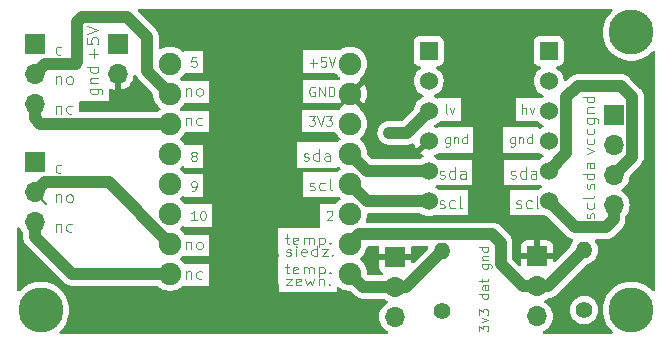
<source format=gbr>
%TF.GenerationSoftware,KiCad,Pcbnew,8.0.4*%
%TF.CreationDate,2024-09-06T18:43:00+02:00*%
%TF.ProjectId,Kokpit Final,4b6f6b70-6974-4204-9669-6e616c2e6b69,rev?*%
%TF.SameCoordinates,Original*%
%TF.FileFunction,Copper,L1,Top*%
%TF.FilePolarity,Positive*%
%FSLAX46Y46*%
G04 Gerber Fmt 4.6, Leading zero omitted, Abs format (unit mm)*
G04 Created by KiCad (PCBNEW 8.0.4) date 2024-09-06 18:43:00*
%MOMM*%
%LPD*%
G01*
G04 APERTURE LIST*
%ADD10C,0.120000*%
%TA.AperFunction,NonConductor*%
%ADD11C,0.120000*%
%TD*%
%TA.AperFunction,ComponentPad*%
%ADD12C,3.800000*%
%TD*%
%TA.AperFunction,ComponentPad*%
%ADD13R,1.700000X1.700000*%
%TD*%
%TA.AperFunction,ComponentPad*%
%ADD14O,1.700000X1.700000*%
%TD*%
%TA.AperFunction,ComponentPad*%
%ADD15C,1.400000*%
%TD*%
%TA.AperFunction,ComponentPad*%
%ADD16O,1.400000X1.400000*%
%TD*%
%TA.AperFunction,ComponentPad*%
%ADD17C,1.905000*%
%TD*%
%TA.AperFunction,ComponentPad*%
%ADD18C,1.524000*%
%TD*%
%TA.AperFunction,ComponentPad*%
%ADD19R,1.524000X1.524000*%
%TD*%
%TA.AperFunction,ViaPad*%
%ADD20C,1.000000*%
%TD*%
%TA.AperFunction,Conductor*%
%ADD21C,1.000000*%
%TD*%
%TA.AperFunction,Conductor*%
%ADD22C,0.200000*%
%TD*%
G04 APERTURE END LIST*
D10*
D11*
X76112280Y-33862521D02*
X76112280Y-34510140D01*
X76112280Y-34510140D02*
X76074185Y-34586331D01*
X76074185Y-34586331D02*
X76036089Y-34624426D01*
X76036089Y-34624426D02*
X75959899Y-34662521D01*
X75959899Y-34662521D02*
X75845613Y-34662521D01*
X75845613Y-34662521D02*
X75769423Y-34624426D01*
X76112280Y-34357760D02*
X76036089Y-34395855D01*
X76036089Y-34395855D02*
X75883708Y-34395855D01*
X75883708Y-34395855D02*
X75807518Y-34357760D01*
X75807518Y-34357760D02*
X75769423Y-34319664D01*
X75769423Y-34319664D02*
X75731327Y-34243474D01*
X75731327Y-34243474D02*
X75731327Y-34014902D01*
X75731327Y-34014902D02*
X75769423Y-33938712D01*
X75769423Y-33938712D02*
X75807518Y-33900617D01*
X75807518Y-33900617D02*
X75883708Y-33862521D01*
X75883708Y-33862521D02*
X76036089Y-33862521D01*
X76036089Y-33862521D02*
X76112280Y-33900617D01*
X76493233Y-33862521D02*
X76493233Y-34395855D01*
X76493233Y-33938712D02*
X76531328Y-33900617D01*
X76531328Y-33900617D02*
X76607518Y-33862521D01*
X76607518Y-33862521D02*
X76721804Y-33862521D01*
X76721804Y-33862521D02*
X76797995Y-33900617D01*
X76797995Y-33900617D02*
X76836090Y-33976807D01*
X76836090Y-33976807D02*
X76836090Y-34395855D01*
X77559900Y-34395855D02*
X77559900Y-33595855D01*
X77559900Y-34357760D02*
X77483709Y-34395855D01*
X77483709Y-34395855D02*
X77331328Y-34395855D01*
X77331328Y-34395855D02*
X77255138Y-34357760D01*
X77255138Y-34357760D02*
X77217043Y-34319664D01*
X77217043Y-34319664D02*
X77178947Y-34243474D01*
X77178947Y-34243474D02*
X77178947Y-34014902D01*
X77178947Y-34014902D02*
X77217043Y-33938712D01*
X77217043Y-33938712D02*
X77255138Y-33900617D01*
X77255138Y-33900617D02*
X77331328Y-33862521D01*
X77331328Y-33862521D02*
X77483709Y-33862521D01*
X77483709Y-33862521D02*
X77559900Y-33900617D01*
D10*
D11*
X42817042Y-38704712D02*
X42817042Y-39371379D01*
X42817042Y-38799950D02*
X42864661Y-38752331D01*
X42864661Y-38752331D02*
X42959899Y-38704712D01*
X42959899Y-38704712D02*
X43102756Y-38704712D01*
X43102756Y-38704712D02*
X43197994Y-38752331D01*
X43197994Y-38752331D02*
X43245613Y-38847569D01*
X43245613Y-38847569D02*
X43245613Y-39371379D01*
X43864661Y-39371379D02*
X43769423Y-39323760D01*
X43769423Y-39323760D02*
X43721804Y-39276140D01*
X43721804Y-39276140D02*
X43674185Y-39180902D01*
X43674185Y-39180902D02*
X43674185Y-38895188D01*
X43674185Y-38895188D02*
X43721804Y-38799950D01*
X43721804Y-38799950D02*
X43769423Y-38752331D01*
X43769423Y-38752331D02*
X43864661Y-38704712D01*
X43864661Y-38704712D02*
X44007518Y-38704712D01*
X44007518Y-38704712D02*
X44102756Y-38752331D01*
X44102756Y-38752331D02*
X44150375Y-38799950D01*
X44150375Y-38799950D02*
X44197994Y-38895188D01*
X44197994Y-38895188D02*
X44197994Y-39180902D01*
X44197994Y-39180902D02*
X44150375Y-39276140D01*
X44150375Y-39276140D02*
X44102756Y-39323760D01*
X44102756Y-39323760D02*
X44007518Y-39371379D01*
X44007518Y-39371379D02*
X43864661Y-39371379D01*
D10*
D11*
X78595855Y-50306767D02*
X78595855Y-49811529D01*
X78595855Y-49811529D02*
X78900617Y-50078195D01*
X78900617Y-50078195D02*
X78900617Y-49963910D01*
X78900617Y-49963910D02*
X78938712Y-49887719D01*
X78938712Y-49887719D02*
X78976807Y-49849624D01*
X78976807Y-49849624D02*
X79052998Y-49811529D01*
X79052998Y-49811529D02*
X79243474Y-49811529D01*
X79243474Y-49811529D02*
X79319664Y-49849624D01*
X79319664Y-49849624D02*
X79357760Y-49887719D01*
X79357760Y-49887719D02*
X79395855Y-49963910D01*
X79395855Y-49963910D02*
X79395855Y-50192481D01*
X79395855Y-50192481D02*
X79357760Y-50268672D01*
X79357760Y-50268672D02*
X79319664Y-50306767D01*
X78862521Y-49544862D02*
X79395855Y-49354386D01*
X79395855Y-49354386D02*
X78862521Y-49163909D01*
X78595855Y-48935338D02*
X78595855Y-48440100D01*
X78595855Y-48440100D02*
X78900617Y-48706766D01*
X78900617Y-48706766D02*
X78900617Y-48592481D01*
X78900617Y-48592481D02*
X78938712Y-48516290D01*
X78938712Y-48516290D02*
X78976807Y-48478195D01*
X78976807Y-48478195D02*
X79052998Y-48440100D01*
X79052998Y-48440100D02*
X79243474Y-48440100D01*
X79243474Y-48440100D02*
X79319664Y-48478195D01*
X79319664Y-48478195D02*
X79357760Y-48516290D01*
X79357760Y-48516290D02*
X79395855Y-48592481D01*
X79395855Y-48592481D02*
X79395855Y-48821052D01*
X79395855Y-48821052D02*
X79357760Y-48897243D01*
X79357760Y-48897243D02*
X79319664Y-48935338D01*
X79395855Y-47144861D02*
X78595855Y-47144861D01*
X79357760Y-47144861D02*
X79395855Y-47221052D01*
X79395855Y-47221052D02*
X79395855Y-47373433D01*
X79395855Y-47373433D02*
X79357760Y-47449623D01*
X79357760Y-47449623D02*
X79319664Y-47487718D01*
X79319664Y-47487718D02*
X79243474Y-47525814D01*
X79243474Y-47525814D02*
X79014902Y-47525814D01*
X79014902Y-47525814D02*
X78938712Y-47487718D01*
X78938712Y-47487718D02*
X78900617Y-47449623D01*
X78900617Y-47449623D02*
X78862521Y-47373433D01*
X78862521Y-47373433D02*
X78862521Y-47221052D01*
X78862521Y-47221052D02*
X78900617Y-47144861D01*
X79395855Y-46421051D02*
X78976807Y-46421051D01*
X78976807Y-46421051D02*
X78900617Y-46459146D01*
X78900617Y-46459146D02*
X78862521Y-46535337D01*
X78862521Y-46535337D02*
X78862521Y-46687718D01*
X78862521Y-46687718D02*
X78900617Y-46763908D01*
X79357760Y-46421051D02*
X79395855Y-46497242D01*
X79395855Y-46497242D02*
X79395855Y-46687718D01*
X79395855Y-46687718D02*
X79357760Y-46763908D01*
X79357760Y-46763908D02*
X79281569Y-46802004D01*
X79281569Y-46802004D02*
X79205379Y-46802004D01*
X79205379Y-46802004D02*
X79129188Y-46763908D01*
X79129188Y-46763908D02*
X79091093Y-46687718D01*
X79091093Y-46687718D02*
X79091093Y-46497242D01*
X79091093Y-46497242D02*
X79052998Y-46421051D01*
X78862521Y-46154384D02*
X78862521Y-45849622D01*
X78595855Y-46040098D02*
X79281569Y-46040098D01*
X79281569Y-46040098D02*
X79357760Y-46002003D01*
X79357760Y-46002003D02*
X79395855Y-45925813D01*
X79395855Y-45925813D02*
X79395855Y-45849622D01*
X78862521Y-44630574D02*
X79510140Y-44630574D01*
X79510140Y-44630574D02*
X79586331Y-44668669D01*
X79586331Y-44668669D02*
X79624426Y-44706765D01*
X79624426Y-44706765D02*
X79662521Y-44782955D01*
X79662521Y-44782955D02*
X79662521Y-44897241D01*
X79662521Y-44897241D02*
X79624426Y-44973431D01*
X79357760Y-44630574D02*
X79395855Y-44706765D01*
X79395855Y-44706765D02*
X79395855Y-44859146D01*
X79395855Y-44859146D02*
X79357760Y-44935336D01*
X79357760Y-44935336D02*
X79319664Y-44973431D01*
X79319664Y-44973431D02*
X79243474Y-45011527D01*
X79243474Y-45011527D02*
X79014902Y-45011527D01*
X79014902Y-45011527D02*
X78938712Y-44973431D01*
X78938712Y-44973431D02*
X78900617Y-44935336D01*
X78900617Y-44935336D02*
X78862521Y-44859146D01*
X78862521Y-44859146D02*
X78862521Y-44706765D01*
X78862521Y-44706765D02*
X78900617Y-44630574D01*
X78862521Y-44249621D02*
X79395855Y-44249621D01*
X78938712Y-44249621D02*
X78900617Y-44211526D01*
X78900617Y-44211526D02*
X78862521Y-44135336D01*
X78862521Y-44135336D02*
X78862521Y-44021050D01*
X78862521Y-44021050D02*
X78900617Y-43944859D01*
X78900617Y-43944859D02*
X78976807Y-43906764D01*
X78976807Y-43906764D02*
X79395855Y-43906764D01*
X79395855Y-43182954D02*
X78595855Y-43182954D01*
X79357760Y-43182954D02*
X79395855Y-43259145D01*
X79395855Y-43259145D02*
X79395855Y-43411526D01*
X79395855Y-43411526D02*
X79357760Y-43487716D01*
X79357760Y-43487716D02*
X79319664Y-43525811D01*
X79319664Y-43525811D02*
X79243474Y-43563907D01*
X79243474Y-43563907D02*
X79014902Y-43563907D01*
X79014902Y-43563907D02*
X78938712Y-43525811D01*
X78938712Y-43525811D02*
X78900617Y-43487716D01*
X78900617Y-43487716D02*
X78862521Y-43411526D01*
X78862521Y-43411526D02*
X78862521Y-43259145D01*
X78862521Y-43259145D02*
X78900617Y-43182954D01*
D10*
D11*
X43245613Y-26823760D02*
X43150375Y-26871379D01*
X43150375Y-26871379D02*
X42959899Y-26871379D01*
X42959899Y-26871379D02*
X42864661Y-26823760D01*
X42864661Y-26823760D02*
X42817042Y-26776140D01*
X42817042Y-26776140D02*
X42769423Y-26680902D01*
X42769423Y-26680902D02*
X42769423Y-26395188D01*
X42769423Y-26395188D02*
X42817042Y-26299950D01*
X42817042Y-26299950D02*
X42864661Y-26252331D01*
X42864661Y-26252331D02*
X42959899Y-26204712D01*
X42959899Y-26204712D02*
X43150375Y-26204712D01*
X43150375Y-26204712D02*
X43245613Y-26252331D01*
D10*
D11*
X62174185Y-44862521D02*
X62555137Y-44862521D01*
X62317042Y-44595855D02*
X62317042Y-45281569D01*
X62317042Y-45281569D02*
X62364661Y-45357760D01*
X62364661Y-45357760D02*
X62459899Y-45395855D01*
X62459899Y-45395855D02*
X62555137Y-45395855D01*
X63269423Y-45357760D02*
X63174185Y-45395855D01*
X63174185Y-45395855D02*
X62983709Y-45395855D01*
X62983709Y-45395855D02*
X62888471Y-45357760D01*
X62888471Y-45357760D02*
X62840852Y-45281569D01*
X62840852Y-45281569D02*
X62840852Y-44976807D01*
X62840852Y-44976807D02*
X62888471Y-44900617D01*
X62888471Y-44900617D02*
X62983709Y-44862521D01*
X62983709Y-44862521D02*
X63174185Y-44862521D01*
X63174185Y-44862521D02*
X63269423Y-44900617D01*
X63269423Y-44900617D02*
X63317042Y-44976807D01*
X63317042Y-44976807D02*
X63317042Y-45052998D01*
X63317042Y-45052998D02*
X62840852Y-45129188D01*
X63745614Y-45395855D02*
X63745614Y-44862521D01*
X63745614Y-44938712D02*
X63793233Y-44900617D01*
X63793233Y-44900617D02*
X63888471Y-44862521D01*
X63888471Y-44862521D02*
X64031328Y-44862521D01*
X64031328Y-44862521D02*
X64126566Y-44900617D01*
X64126566Y-44900617D02*
X64174185Y-44976807D01*
X64174185Y-44976807D02*
X64174185Y-45395855D01*
X64174185Y-44976807D02*
X64221804Y-44900617D01*
X64221804Y-44900617D02*
X64317042Y-44862521D01*
X64317042Y-44862521D02*
X64459899Y-44862521D01*
X64459899Y-44862521D02*
X64555138Y-44900617D01*
X64555138Y-44900617D02*
X64602757Y-44976807D01*
X64602757Y-44976807D02*
X64602757Y-45395855D01*
X65078947Y-44862521D02*
X65078947Y-45662521D01*
X65078947Y-44900617D02*
X65174185Y-44862521D01*
X65174185Y-44862521D02*
X65364661Y-44862521D01*
X65364661Y-44862521D02*
X65459899Y-44900617D01*
X65459899Y-44900617D02*
X65507518Y-44938712D01*
X65507518Y-44938712D02*
X65555137Y-45014902D01*
X65555137Y-45014902D02*
X65555137Y-45243474D01*
X65555137Y-45243474D02*
X65507518Y-45319664D01*
X65507518Y-45319664D02*
X65459899Y-45357760D01*
X65459899Y-45357760D02*
X65364661Y-45395855D01*
X65364661Y-45395855D02*
X65174185Y-45395855D01*
X65174185Y-45395855D02*
X65078947Y-45357760D01*
X65983709Y-45319664D02*
X66031328Y-45357760D01*
X66031328Y-45357760D02*
X65983709Y-45395855D01*
X65983709Y-45395855D02*
X65936090Y-45357760D01*
X65936090Y-45357760D02*
X65983709Y-45319664D01*
X65983709Y-45319664D02*
X65983709Y-45395855D01*
D10*
D11*
X64688470Y-29633950D02*
X64612280Y-29595855D01*
X64612280Y-29595855D02*
X64497994Y-29595855D01*
X64497994Y-29595855D02*
X64383708Y-29633950D01*
X64383708Y-29633950D02*
X64307518Y-29710140D01*
X64307518Y-29710140D02*
X64269423Y-29786331D01*
X64269423Y-29786331D02*
X64231327Y-29938712D01*
X64231327Y-29938712D02*
X64231327Y-30052998D01*
X64231327Y-30052998D02*
X64269423Y-30205379D01*
X64269423Y-30205379D02*
X64307518Y-30281569D01*
X64307518Y-30281569D02*
X64383708Y-30357760D01*
X64383708Y-30357760D02*
X64497994Y-30395855D01*
X64497994Y-30395855D02*
X64574185Y-30395855D01*
X64574185Y-30395855D02*
X64688470Y-30357760D01*
X64688470Y-30357760D02*
X64726566Y-30319664D01*
X64726566Y-30319664D02*
X64726566Y-30052998D01*
X64726566Y-30052998D02*
X64574185Y-30052998D01*
X65069423Y-30395855D02*
X65069423Y-29595855D01*
X65069423Y-29595855D02*
X65526566Y-30395855D01*
X65526566Y-30395855D02*
X65526566Y-29595855D01*
X65907518Y-30395855D02*
X65907518Y-29595855D01*
X65907518Y-29595855D02*
X66097994Y-29595855D01*
X66097994Y-29595855D02*
X66212280Y-29633950D01*
X66212280Y-29633950D02*
X66288470Y-29710140D01*
X66288470Y-29710140D02*
X66326565Y-29786331D01*
X66326565Y-29786331D02*
X66364661Y-29938712D01*
X66364661Y-29938712D02*
X66364661Y-30052998D01*
X66364661Y-30052998D02*
X66326565Y-30205379D01*
X66326565Y-30205379D02*
X66288470Y-30281569D01*
X66288470Y-30281569D02*
X66212280Y-30357760D01*
X66212280Y-30357760D02*
X66097994Y-30395855D01*
X66097994Y-30395855D02*
X65907518Y-30395855D01*
D10*
D11*
X54383708Y-35438712D02*
X54307518Y-35400617D01*
X54307518Y-35400617D02*
X54269423Y-35362521D01*
X54269423Y-35362521D02*
X54231327Y-35286331D01*
X54231327Y-35286331D02*
X54231327Y-35248236D01*
X54231327Y-35248236D02*
X54269423Y-35172045D01*
X54269423Y-35172045D02*
X54307518Y-35133950D01*
X54307518Y-35133950D02*
X54383708Y-35095855D01*
X54383708Y-35095855D02*
X54536089Y-35095855D01*
X54536089Y-35095855D02*
X54612280Y-35133950D01*
X54612280Y-35133950D02*
X54650375Y-35172045D01*
X54650375Y-35172045D02*
X54688470Y-35248236D01*
X54688470Y-35248236D02*
X54688470Y-35286331D01*
X54688470Y-35286331D02*
X54650375Y-35362521D01*
X54650375Y-35362521D02*
X54612280Y-35400617D01*
X54612280Y-35400617D02*
X54536089Y-35438712D01*
X54536089Y-35438712D02*
X54383708Y-35438712D01*
X54383708Y-35438712D02*
X54307518Y-35476807D01*
X54307518Y-35476807D02*
X54269423Y-35514902D01*
X54269423Y-35514902D02*
X54231327Y-35591093D01*
X54231327Y-35591093D02*
X54231327Y-35743474D01*
X54231327Y-35743474D02*
X54269423Y-35819664D01*
X54269423Y-35819664D02*
X54307518Y-35857760D01*
X54307518Y-35857760D02*
X54383708Y-35895855D01*
X54383708Y-35895855D02*
X54536089Y-35895855D01*
X54536089Y-35895855D02*
X54612280Y-35857760D01*
X54612280Y-35857760D02*
X54650375Y-35819664D01*
X54650375Y-35819664D02*
X54688470Y-35743474D01*
X54688470Y-35743474D02*
X54688470Y-35591093D01*
X54688470Y-35591093D02*
X54650375Y-35514902D01*
X54650375Y-35514902D02*
X54612280Y-35476807D01*
X54612280Y-35476807D02*
X54536089Y-35438712D01*
D10*
D11*
X87704712Y-32254386D02*
X88514236Y-32254386D01*
X88514236Y-32254386D02*
X88609474Y-32302005D01*
X88609474Y-32302005D02*
X88657093Y-32349624D01*
X88657093Y-32349624D02*
X88704712Y-32444862D01*
X88704712Y-32444862D02*
X88704712Y-32587719D01*
X88704712Y-32587719D02*
X88657093Y-32682957D01*
X88323760Y-32254386D02*
X88371379Y-32349624D01*
X88371379Y-32349624D02*
X88371379Y-32540100D01*
X88371379Y-32540100D02*
X88323760Y-32635338D01*
X88323760Y-32635338D02*
X88276140Y-32682957D01*
X88276140Y-32682957D02*
X88180902Y-32730576D01*
X88180902Y-32730576D02*
X87895188Y-32730576D01*
X87895188Y-32730576D02*
X87799950Y-32682957D01*
X87799950Y-32682957D02*
X87752331Y-32635338D01*
X87752331Y-32635338D02*
X87704712Y-32540100D01*
X87704712Y-32540100D02*
X87704712Y-32349624D01*
X87704712Y-32349624D02*
X87752331Y-32254386D01*
X87704712Y-31778195D02*
X88371379Y-31778195D01*
X87799950Y-31778195D02*
X87752331Y-31730576D01*
X87752331Y-31730576D02*
X87704712Y-31635338D01*
X87704712Y-31635338D02*
X87704712Y-31492481D01*
X87704712Y-31492481D02*
X87752331Y-31397243D01*
X87752331Y-31397243D02*
X87847569Y-31349624D01*
X87847569Y-31349624D02*
X88371379Y-31349624D01*
X88371379Y-30444862D02*
X87371379Y-30444862D01*
X88323760Y-30444862D02*
X88371379Y-30540100D01*
X88371379Y-30540100D02*
X88371379Y-30730576D01*
X88371379Y-30730576D02*
X88323760Y-30825814D01*
X88323760Y-30825814D02*
X88276140Y-30873433D01*
X88276140Y-30873433D02*
X88180902Y-30921052D01*
X88180902Y-30921052D02*
X87895188Y-30921052D01*
X87895188Y-30921052D02*
X87799950Y-30873433D01*
X87799950Y-30873433D02*
X87752331Y-30825814D01*
X87752331Y-30825814D02*
X87704712Y-30730576D01*
X87704712Y-30730576D02*
X87704712Y-30540100D01*
X87704712Y-30540100D02*
X87752331Y-30444862D01*
D10*
D11*
X88323760Y-40730576D02*
X88371379Y-40635338D01*
X88371379Y-40635338D02*
X88371379Y-40444862D01*
X88371379Y-40444862D02*
X88323760Y-40349624D01*
X88323760Y-40349624D02*
X88228521Y-40302005D01*
X88228521Y-40302005D02*
X88180902Y-40302005D01*
X88180902Y-40302005D02*
X88085664Y-40349624D01*
X88085664Y-40349624D02*
X88038045Y-40444862D01*
X88038045Y-40444862D02*
X88038045Y-40587719D01*
X88038045Y-40587719D02*
X87990426Y-40682957D01*
X87990426Y-40682957D02*
X87895188Y-40730576D01*
X87895188Y-40730576D02*
X87847569Y-40730576D01*
X87847569Y-40730576D02*
X87752331Y-40682957D01*
X87752331Y-40682957D02*
X87704712Y-40587719D01*
X87704712Y-40587719D02*
X87704712Y-40444862D01*
X87704712Y-40444862D02*
X87752331Y-40349624D01*
X88323760Y-39444862D02*
X88371379Y-39540100D01*
X88371379Y-39540100D02*
X88371379Y-39730576D01*
X88371379Y-39730576D02*
X88323760Y-39825814D01*
X88323760Y-39825814D02*
X88276140Y-39873433D01*
X88276140Y-39873433D02*
X88180902Y-39921052D01*
X88180902Y-39921052D02*
X87895188Y-39921052D01*
X87895188Y-39921052D02*
X87799950Y-39873433D01*
X87799950Y-39873433D02*
X87752331Y-39825814D01*
X87752331Y-39825814D02*
X87704712Y-39730576D01*
X87704712Y-39730576D02*
X87704712Y-39540100D01*
X87704712Y-39540100D02*
X87752331Y-39444862D01*
X88371379Y-38873433D02*
X88323760Y-38968671D01*
X88323760Y-38968671D02*
X88228521Y-39016290D01*
X88228521Y-39016290D02*
X87371379Y-39016290D01*
D10*
D11*
X81769423Y-39823760D02*
X81864661Y-39871379D01*
X81864661Y-39871379D02*
X82055137Y-39871379D01*
X82055137Y-39871379D02*
X82150375Y-39823760D01*
X82150375Y-39823760D02*
X82197994Y-39728521D01*
X82197994Y-39728521D02*
X82197994Y-39680902D01*
X82197994Y-39680902D02*
X82150375Y-39585664D01*
X82150375Y-39585664D02*
X82055137Y-39538045D01*
X82055137Y-39538045D02*
X81912280Y-39538045D01*
X81912280Y-39538045D02*
X81817042Y-39490426D01*
X81817042Y-39490426D02*
X81769423Y-39395188D01*
X81769423Y-39395188D02*
X81769423Y-39347569D01*
X81769423Y-39347569D02*
X81817042Y-39252331D01*
X81817042Y-39252331D02*
X81912280Y-39204712D01*
X81912280Y-39204712D02*
X82055137Y-39204712D01*
X82055137Y-39204712D02*
X82150375Y-39252331D01*
X83055137Y-39823760D02*
X82959899Y-39871379D01*
X82959899Y-39871379D02*
X82769423Y-39871379D01*
X82769423Y-39871379D02*
X82674185Y-39823760D01*
X82674185Y-39823760D02*
X82626566Y-39776140D01*
X82626566Y-39776140D02*
X82578947Y-39680902D01*
X82578947Y-39680902D02*
X82578947Y-39395188D01*
X82578947Y-39395188D02*
X82626566Y-39299950D01*
X82626566Y-39299950D02*
X82674185Y-39252331D01*
X82674185Y-39252331D02*
X82769423Y-39204712D01*
X82769423Y-39204712D02*
X82959899Y-39204712D01*
X82959899Y-39204712D02*
X83055137Y-39252331D01*
X83626566Y-39871379D02*
X83531328Y-39823760D01*
X83531328Y-39823760D02*
X83483709Y-39728521D01*
X83483709Y-39728521D02*
X83483709Y-38871379D01*
D10*
D11*
X54650375Y-27095855D02*
X54269423Y-27095855D01*
X54269423Y-27095855D02*
X54231327Y-27476807D01*
X54231327Y-27476807D02*
X54269423Y-27438712D01*
X54269423Y-27438712D02*
X54345613Y-27400617D01*
X54345613Y-27400617D02*
X54536089Y-27400617D01*
X54536089Y-27400617D02*
X54612280Y-27438712D01*
X54612280Y-27438712D02*
X54650375Y-27476807D01*
X54650375Y-27476807D02*
X54688470Y-27552998D01*
X54688470Y-27552998D02*
X54688470Y-27743474D01*
X54688470Y-27743474D02*
X54650375Y-27819664D01*
X54650375Y-27819664D02*
X54612280Y-27857760D01*
X54612280Y-27857760D02*
X54536089Y-27895855D01*
X54536089Y-27895855D02*
X54345613Y-27895855D01*
X54345613Y-27895855D02*
X54269423Y-27857760D01*
X54269423Y-27857760D02*
X54231327Y-27819664D01*
D10*
D11*
X75269423Y-39823760D02*
X75364661Y-39871379D01*
X75364661Y-39871379D02*
X75555137Y-39871379D01*
X75555137Y-39871379D02*
X75650375Y-39823760D01*
X75650375Y-39823760D02*
X75697994Y-39728521D01*
X75697994Y-39728521D02*
X75697994Y-39680902D01*
X75697994Y-39680902D02*
X75650375Y-39585664D01*
X75650375Y-39585664D02*
X75555137Y-39538045D01*
X75555137Y-39538045D02*
X75412280Y-39538045D01*
X75412280Y-39538045D02*
X75317042Y-39490426D01*
X75317042Y-39490426D02*
X75269423Y-39395188D01*
X75269423Y-39395188D02*
X75269423Y-39347569D01*
X75269423Y-39347569D02*
X75317042Y-39252331D01*
X75317042Y-39252331D02*
X75412280Y-39204712D01*
X75412280Y-39204712D02*
X75555137Y-39204712D01*
X75555137Y-39204712D02*
X75650375Y-39252331D01*
X76555137Y-39823760D02*
X76459899Y-39871379D01*
X76459899Y-39871379D02*
X76269423Y-39871379D01*
X76269423Y-39871379D02*
X76174185Y-39823760D01*
X76174185Y-39823760D02*
X76126566Y-39776140D01*
X76126566Y-39776140D02*
X76078947Y-39680902D01*
X76078947Y-39680902D02*
X76078947Y-39395188D01*
X76078947Y-39395188D02*
X76126566Y-39299950D01*
X76126566Y-39299950D02*
X76174185Y-39252331D01*
X76174185Y-39252331D02*
X76269423Y-39204712D01*
X76269423Y-39204712D02*
X76459899Y-39204712D01*
X76459899Y-39204712D02*
X76555137Y-39252331D01*
X77126566Y-39871379D02*
X77031328Y-39823760D01*
X77031328Y-39823760D02*
X76983709Y-39728521D01*
X76983709Y-39728521D02*
X76983709Y-38871379D01*
D10*
D11*
X42817042Y-28704712D02*
X42817042Y-29371379D01*
X42817042Y-28799950D02*
X42864661Y-28752331D01*
X42864661Y-28752331D02*
X42959899Y-28704712D01*
X42959899Y-28704712D02*
X43102756Y-28704712D01*
X43102756Y-28704712D02*
X43197994Y-28752331D01*
X43197994Y-28752331D02*
X43245613Y-28847569D01*
X43245613Y-28847569D02*
X43245613Y-29371379D01*
X43864661Y-29371379D02*
X43769423Y-29323760D01*
X43769423Y-29323760D02*
X43721804Y-29276140D01*
X43721804Y-29276140D02*
X43674185Y-29180902D01*
X43674185Y-29180902D02*
X43674185Y-28895188D01*
X43674185Y-28895188D02*
X43721804Y-28799950D01*
X43721804Y-28799950D02*
X43769423Y-28752331D01*
X43769423Y-28752331D02*
X43864661Y-28704712D01*
X43864661Y-28704712D02*
X44007518Y-28704712D01*
X44007518Y-28704712D02*
X44102756Y-28752331D01*
X44102756Y-28752331D02*
X44150375Y-28799950D01*
X44150375Y-28799950D02*
X44197994Y-28895188D01*
X44197994Y-28895188D02*
X44197994Y-29180902D01*
X44197994Y-29180902D02*
X44150375Y-29276140D01*
X44150375Y-29276140D02*
X44102756Y-29323760D01*
X44102756Y-29323760D02*
X44007518Y-29371379D01*
X44007518Y-29371379D02*
X43864661Y-29371379D01*
D10*
D11*
X54307518Y-38395855D02*
X54459899Y-38395855D01*
X54459899Y-38395855D02*
X54536089Y-38357760D01*
X54536089Y-38357760D02*
X54574185Y-38319664D01*
X54574185Y-38319664D02*
X54650375Y-38205379D01*
X54650375Y-38205379D02*
X54688470Y-38052998D01*
X54688470Y-38052998D02*
X54688470Y-37748236D01*
X54688470Y-37748236D02*
X54650375Y-37672045D01*
X54650375Y-37672045D02*
X54612280Y-37633950D01*
X54612280Y-37633950D02*
X54536089Y-37595855D01*
X54536089Y-37595855D02*
X54383708Y-37595855D01*
X54383708Y-37595855D02*
X54307518Y-37633950D01*
X54307518Y-37633950D02*
X54269423Y-37672045D01*
X54269423Y-37672045D02*
X54231327Y-37748236D01*
X54231327Y-37748236D02*
X54231327Y-37938712D01*
X54231327Y-37938712D02*
X54269423Y-38014902D01*
X54269423Y-38014902D02*
X54307518Y-38052998D01*
X54307518Y-38052998D02*
X54383708Y-38091093D01*
X54383708Y-38091093D02*
X54536089Y-38091093D01*
X54536089Y-38091093D02*
X54612280Y-38052998D01*
X54612280Y-38052998D02*
X54650375Y-38014902D01*
X54650375Y-38014902D02*
X54688470Y-37938712D01*
D10*
D11*
X81269423Y-37323760D02*
X81364661Y-37371379D01*
X81364661Y-37371379D02*
X81555137Y-37371379D01*
X81555137Y-37371379D02*
X81650375Y-37323760D01*
X81650375Y-37323760D02*
X81697994Y-37228521D01*
X81697994Y-37228521D02*
X81697994Y-37180902D01*
X81697994Y-37180902D02*
X81650375Y-37085664D01*
X81650375Y-37085664D02*
X81555137Y-37038045D01*
X81555137Y-37038045D02*
X81412280Y-37038045D01*
X81412280Y-37038045D02*
X81317042Y-36990426D01*
X81317042Y-36990426D02*
X81269423Y-36895188D01*
X81269423Y-36895188D02*
X81269423Y-36847569D01*
X81269423Y-36847569D02*
X81317042Y-36752331D01*
X81317042Y-36752331D02*
X81412280Y-36704712D01*
X81412280Y-36704712D02*
X81555137Y-36704712D01*
X81555137Y-36704712D02*
X81650375Y-36752331D01*
X82555137Y-37371379D02*
X82555137Y-36371379D01*
X82555137Y-37323760D02*
X82459899Y-37371379D01*
X82459899Y-37371379D02*
X82269423Y-37371379D01*
X82269423Y-37371379D02*
X82174185Y-37323760D01*
X82174185Y-37323760D02*
X82126566Y-37276140D01*
X82126566Y-37276140D02*
X82078947Y-37180902D01*
X82078947Y-37180902D02*
X82078947Y-36895188D01*
X82078947Y-36895188D02*
X82126566Y-36799950D01*
X82126566Y-36799950D02*
X82174185Y-36752331D01*
X82174185Y-36752331D02*
X82269423Y-36704712D01*
X82269423Y-36704712D02*
X82459899Y-36704712D01*
X82459899Y-36704712D02*
X82555137Y-36752331D01*
X83459899Y-37371379D02*
X83459899Y-36847569D01*
X83459899Y-36847569D02*
X83412280Y-36752331D01*
X83412280Y-36752331D02*
X83317042Y-36704712D01*
X83317042Y-36704712D02*
X83126566Y-36704712D01*
X83126566Y-36704712D02*
X83031328Y-36752331D01*
X83459899Y-37323760D02*
X83364661Y-37371379D01*
X83364661Y-37371379D02*
X83126566Y-37371379D01*
X83126566Y-37371379D02*
X83031328Y-37323760D01*
X83031328Y-37323760D02*
X82983709Y-37228521D01*
X82983709Y-37228521D02*
X82983709Y-37133283D01*
X82983709Y-37133283D02*
X83031328Y-37038045D01*
X83031328Y-37038045D02*
X83126566Y-36990426D01*
X83126566Y-36990426D02*
X83364661Y-36990426D01*
X83364661Y-36990426D02*
X83459899Y-36942807D01*
D10*
D11*
X42817042Y-31204712D02*
X42817042Y-31871379D01*
X42817042Y-31299950D02*
X42864661Y-31252331D01*
X42864661Y-31252331D02*
X42959899Y-31204712D01*
X42959899Y-31204712D02*
X43102756Y-31204712D01*
X43102756Y-31204712D02*
X43197994Y-31252331D01*
X43197994Y-31252331D02*
X43245613Y-31347569D01*
X43245613Y-31347569D02*
X43245613Y-31871379D01*
X44150375Y-31823760D02*
X44055137Y-31871379D01*
X44055137Y-31871379D02*
X43864661Y-31871379D01*
X43864661Y-31871379D02*
X43769423Y-31823760D01*
X43769423Y-31823760D02*
X43721804Y-31776140D01*
X43721804Y-31776140D02*
X43674185Y-31680902D01*
X43674185Y-31680902D02*
X43674185Y-31395188D01*
X43674185Y-31395188D02*
X43721804Y-31299950D01*
X43721804Y-31299950D02*
X43769423Y-31252331D01*
X43769423Y-31252331D02*
X43864661Y-31204712D01*
X43864661Y-31204712D02*
X44055137Y-31204712D01*
X44055137Y-31204712D02*
X44150375Y-31252331D01*
D10*
D11*
X65731327Y-40172045D02*
X65769423Y-40133950D01*
X65769423Y-40133950D02*
X65845613Y-40095855D01*
X65845613Y-40095855D02*
X66036089Y-40095855D01*
X66036089Y-40095855D02*
X66112280Y-40133950D01*
X66112280Y-40133950D02*
X66150375Y-40172045D01*
X66150375Y-40172045D02*
X66188470Y-40248236D01*
X66188470Y-40248236D02*
X66188470Y-40324426D01*
X66188470Y-40324426D02*
X66150375Y-40438712D01*
X66150375Y-40438712D02*
X65693232Y-40895855D01*
X65693232Y-40895855D02*
X66188470Y-40895855D01*
D10*
D11*
X42817042Y-41204712D02*
X42817042Y-41871379D01*
X42817042Y-41299950D02*
X42864661Y-41252331D01*
X42864661Y-41252331D02*
X42959899Y-41204712D01*
X42959899Y-41204712D02*
X43102756Y-41204712D01*
X43102756Y-41204712D02*
X43197994Y-41252331D01*
X43197994Y-41252331D02*
X43245613Y-41347569D01*
X43245613Y-41347569D02*
X43245613Y-41871379D01*
X44150375Y-41823760D02*
X44055137Y-41871379D01*
X44055137Y-41871379D02*
X43864661Y-41871379D01*
X43864661Y-41871379D02*
X43769423Y-41823760D01*
X43769423Y-41823760D02*
X43721804Y-41776140D01*
X43721804Y-41776140D02*
X43674185Y-41680902D01*
X43674185Y-41680902D02*
X43674185Y-41395188D01*
X43674185Y-41395188D02*
X43721804Y-41299950D01*
X43721804Y-41299950D02*
X43769423Y-41252331D01*
X43769423Y-41252331D02*
X43864661Y-41204712D01*
X43864661Y-41204712D02*
X44055137Y-41204712D01*
X44055137Y-41204712D02*
X44150375Y-41252331D01*
D10*
D11*
X45704712Y-29754386D02*
X46514236Y-29754386D01*
X46514236Y-29754386D02*
X46609474Y-29802005D01*
X46609474Y-29802005D02*
X46657093Y-29849624D01*
X46657093Y-29849624D02*
X46704712Y-29944862D01*
X46704712Y-29944862D02*
X46704712Y-30087719D01*
X46704712Y-30087719D02*
X46657093Y-30182957D01*
X46323760Y-29754386D02*
X46371379Y-29849624D01*
X46371379Y-29849624D02*
X46371379Y-30040100D01*
X46371379Y-30040100D02*
X46323760Y-30135338D01*
X46323760Y-30135338D02*
X46276140Y-30182957D01*
X46276140Y-30182957D02*
X46180902Y-30230576D01*
X46180902Y-30230576D02*
X45895188Y-30230576D01*
X45895188Y-30230576D02*
X45799950Y-30182957D01*
X45799950Y-30182957D02*
X45752331Y-30135338D01*
X45752331Y-30135338D02*
X45704712Y-30040100D01*
X45704712Y-30040100D02*
X45704712Y-29849624D01*
X45704712Y-29849624D02*
X45752331Y-29754386D01*
X45704712Y-29278195D02*
X46371379Y-29278195D01*
X45799950Y-29278195D02*
X45752331Y-29230576D01*
X45752331Y-29230576D02*
X45704712Y-29135338D01*
X45704712Y-29135338D02*
X45704712Y-28992481D01*
X45704712Y-28992481D02*
X45752331Y-28897243D01*
X45752331Y-28897243D02*
X45847569Y-28849624D01*
X45847569Y-28849624D02*
X46371379Y-28849624D01*
X46371379Y-27944862D02*
X45371379Y-27944862D01*
X46323760Y-27944862D02*
X46371379Y-28040100D01*
X46371379Y-28040100D02*
X46371379Y-28230576D01*
X46371379Y-28230576D02*
X46323760Y-28325814D01*
X46323760Y-28325814D02*
X46276140Y-28373433D01*
X46276140Y-28373433D02*
X46180902Y-28421052D01*
X46180902Y-28421052D02*
X45895188Y-28421052D01*
X45895188Y-28421052D02*
X45799950Y-28373433D01*
X45799950Y-28373433D02*
X45752331Y-28325814D01*
X45752331Y-28325814D02*
X45704712Y-28230576D01*
X45704712Y-28230576D02*
X45704712Y-28040100D01*
X45704712Y-28040100D02*
X45752331Y-27944862D01*
D10*
D11*
X62174185Y-42362521D02*
X62555137Y-42362521D01*
X62317042Y-42095855D02*
X62317042Y-42781569D01*
X62317042Y-42781569D02*
X62364661Y-42857760D01*
X62364661Y-42857760D02*
X62459899Y-42895855D01*
X62459899Y-42895855D02*
X62555137Y-42895855D01*
X63269423Y-42857760D02*
X63174185Y-42895855D01*
X63174185Y-42895855D02*
X62983709Y-42895855D01*
X62983709Y-42895855D02*
X62888471Y-42857760D01*
X62888471Y-42857760D02*
X62840852Y-42781569D01*
X62840852Y-42781569D02*
X62840852Y-42476807D01*
X62840852Y-42476807D02*
X62888471Y-42400617D01*
X62888471Y-42400617D02*
X62983709Y-42362521D01*
X62983709Y-42362521D02*
X63174185Y-42362521D01*
X63174185Y-42362521D02*
X63269423Y-42400617D01*
X63269423Y-42400617D02*
X63317042Y-42476807D01*
X63317042Y-42476807D02*
X63317042Y-42552998D01*
X63317042Y-42552998D02*
X62840852Y-42629188D01*
X63745614Y-42895855D02*
X63745614Y-42362521D01*
X63745614Y-42438712D02*
X63793233Y-42400617D01*
X63793233Y-42400617D02*
X63888471Y-42362521D01*
X63888471Y-42362521D02*
X64031328Y-42362521D01*
X64031328Y-42362521D02*
X64126566Y-42400617D01*
X64126566Y-42400617D02*
X64174185Y-42476807D01*
X64174185Y-42476807D02*
X64174185Y-42895855D01*
X64174185Y-42476807D02*
X64221804Y-42400617D01*
X64221804Y-42400617D02*
X64317042Y-42362521D01*
X64317042Y-42362521D02*
X64459899Y-42362521D01*
X64459899Y-42362521D02*
X64555138Y-42400617D01*
X64555138Y-42400617D02*
X64602757Y-42476807D01*
X64602757Y-42476807D02*
X64602757Y-42895855D01*
X65078947Y-42362521D02*
X65078947Y-43162521D01*
X65078947Y-42400617D02*
X65174185Y-42362521D01*
X65174185Y-42362521D02*
X65364661Y-42362521D01*
X65364661Y-42362521D02*
X65459899Y-42400617D01*
X65459899Y-42400617D02*
X65507518Y-42438712D01*
X65507518Y-42438712D02*
X65555137Y-42514902D01*
X65555137Y-42514902D02*
X65555137Y-42743474D01*
X65555137Y-42743474D02*
X65507518Y-42819664D01*
X65507518Y-42819664D02*
X65459899Y-42857760D01*
X65459899Y-42857760D02*
X65364661Y-42895855D01*
X65364661Y-42895855D02*
X65174185Y-42895855D01*
X65174185Y-42895855D02*
X65078947Y-42857760D01*
X65983709Y-42819664D02*
X66031328Y-42857760D01*
X66031328Y-42857760D02*
X65983709Y-42895855D01*
X65983709Y-42895855D02*
X65936090Y-42857760D01*
X65936090Y-42857760D02*
X65983709Y-42819664D01*
X65983709Y-42819664D02*
X65983709Y-42895855D01*
D10*
D11*
X81612280Y-33862521D02*
X81612280Y-34510140D01*
X81612280Y-34510140D02*
X81574185Y-34586331D01*
X81574185Y-34586331D02*
X81536089Y-34624426D01*
X81536089Y-34624426D02*
X81459899Y-34662521D01*
X81459899Y-34662521D02*
X81345613Y-34662521D01*
X81345613Y-34662521D02*
X81269423Y-34624426D01*
X81612280Y-34357760D02*
X81536089Y-34395855D01*
X81536089Y-34395855D02*
X81383708Y-34395855D01*
X81383708Y-34395855D02*
X81307518Y-34357760D01*
X81307518Y-34357760D02*
X81269423Y-34319664D01*
X81269423Y-34319664D02*
X81231327Y-34243474D01*
X81231327Y-34243474D02*
X81231327Y-34014902D01*
X81231327Y-34014902D02*
X81269423Y-33938712D01*
X81269423Y-33938712D02*
X81307518Y-33900617D01*
X81307518Y-33900617D02*
X81383708Y-33862521D01*
X81383708Y-33862521D02*
X81536089Y-33862521D01*
X81536089Y-33862521D02*
X81612280Y-33900617D01*
X81993233Y-33862521D02*
X81993233Y-34395855D01*
X81993233Y-33938712D02*
X82031328Y-33900617D01*
X82031328Y-33900617D02*
X82107518Y-33862521D01*
X82107518Y-33862521D02*
X82221804Y-33862521D01*
X82221804Y-33862521D02*
X82297995Y-33900617D01*
X82297995Y-33900617D02*
X82336090Y-33976807D01*
X82336090Y-33976807D02*
X82336090Y-34395855D01*
X83059900Y-34395855D02*
X83059900Y-33595855D01*
X83059900Y-34357760D02*
X82983709Y-34395855D01*
X82983709Y-34395855D02*
X82831328Y-34395855D01*
X82831328Y-34395855D02*
X82755138Y-34357760D01*
X82755138Y-34357760D02*
X82717043Y-34319664D01*
X82717043Y-34319664D02*
X82678947Y-34243474D01*
X82678947Y-34243474D02*
X82678947Y-34014902D01*
X82678947Y-34014902D02*
X82717043Y-33938712D01*
X82717043Y-33938712D02*
X82755138Y-33900617D01*
X82755138Y-33900617D02*
X82831328Y-33862521D01*
X82831328Y-33862521D02*
X82983709Y-33862521D01*
X82983709Y-33862521D02*
X83059900Y-33900617D01*
D10*
D11*
X63769423Y-35823760D02*
X63864661Y-35871379D01*
X63864661Y-35871379D02*
X64055137Y-35871379D01*
X64055137Y-35871379D02*
X64150375Y-35823760D01*
X64150375Y-35823760D02*
X64197994Y-35728521D01*
X64197994Y-35728521D02*
X64197994Y-35680902D01*
X64197994Y-35680902D02*
X64150375Y-35585664D01*
X64150375Y-35585664D02*
X64055137Y-35538045D01*
X64055137Y-35538045D02*
X63912280Y-35538045D01*
X63912280Y-35538045D02*
X63817042Y-35490426D01*
X63817042Y-35490426D02*
X63769423Y-35395188D01*
X63769423Y-35395188D02*
X63769423Y-35347569D01*
X63769423Y-35347569D02*
X63817042Y-35252331D01*
X63817042Y-35252331D02*
X63912280Y-35204712D01*
X63912280Y-35204712D02*
X64055137Y-35204712D01*
X64055137Y-35204712D02*
X64150375Y-35252331D01*
X65055137Y-35871379D02*
X65055137Y-34871379D01*
X65055137Y-35823760D02*
X64959899Y-35871379D01*
X64959899Y-35871379D02*
X64769423Y-35871379D01*
X64769423Y-35871379D02*
X64674185Y-35823760D01*
X64674185Y-35823760D02*
X64626566Y-35776140D01*
X64626566Y-35776140D02*
X64578947Y-35680902D01*
X64578947Y-35680902D02*
X64578947Y-35395188D01*
X64578947Y-35395188D02*
X64626566Y-35299950D01*
X64626566Y-35299950D02*
X64674185Y-35252331D01*
X64674185Y-35252331D02*
X64769423Y-35204712D01*
X64769423Y-35204712D02*
X64959899Y-35204712D01*
X64959899Y-35204712D02*
X65055137Y-35252331D01*
X65959899Y-35871379D02*
X65959899Y-35347569D01*
X65959899Y-35347569D02*
X65912280Y-35252331D01*
X65912280Y-35252331D02*
X65817042Y-35204712D01*
X65817042Y-35204712D02*
X65626566Y-35204712D01*
X65626566Y-35204712D02*
X65531328Y-35252331D01*
X65959899Y-35823760D02*
X65864661Y-35871379D01*
X65864661Y-35871379D02*
X65626566Y-35871379D01*
X65626566Y-35871379D02*
X65531328Y-35823760D01*
X65531328Y-35823760D02*
X65483709Y-35728521D01*
X65483709Y-35728521D02*
X65483709Y-35633283D01*
X65483709Y-35633283D02*
X65531328Y-35538045D01*
X65531328Y-35538045D02*
X65626566Y-35490426D01*
X65626566Y-35490426D02*
X65864661Y-35490426D01*
X65864661Y-35490426D02*
X65959899Y-35442807D01*
D10*
D11*
X53817042Y-42704712D02*
X53817042Y-43371379D01*
X53817042Y-42799950D02*
X53864661Y-42752331D01*
X53864661Y-42752331D02*
X53959899Y-42704712D01*
X53959899Y-42704712D02*
X54102756Y-42704712D01*
X54102756Y-42704712D02*
X54197994Y-42752331D01*
X54197994Y-42752331D02*
X54245613Y-42847569D01*
X54245613Y-42847569D02*
X54245613Y-43371379D01*
X54864661Y-43371379D02*
X54769423Y-43323760D01*
X54769423Y-43323760D02*
X54721804Y-43276140D01*
X54721804Y-43276140D02*
X54674185Y-43180902D01*
X54674185Y-43180902D02*
X54674185Y-42895188D01*
X54674185Y-42895188D02*
X54721804Y-42799950D01*
X54721804Y-42799950D02*
X54769423Y-42752331D01*
X54769423Y-42752331D02*
X54864661Y-42704712D01*
X54864661Y-42704712D02*
X55007518Y-42704712D01*
X55007518Y-42704712D02*
X55102756Y-42752331D01*
X55102756Y-42752331D02*
X55150375Y-42799950D01*
X55150375Y-42799950D02*
X55197994Y-42895188D01*
X55197994Y-42895188D02*
X55197994Y-43180902D01*
X55197994Y-43180902D02*
X55150375Y-43276140D01*
X55150375Y-43276140D02*
X55102756Y-43323760D01*
X55102756Y-43323760D02*
X55007518Y-43371379D01*
X55007518Y-43371379D02*
X54864661Y-43371379D01*
D10*
D11*
X45990426Y-27182957D02*
X45990426Y-26421053D01*
X46371379Y-26802005D02*
X45609474Y-26802005D01*
X45371379Y-25468672D02*
X45371379Y-25944862D01*
X45371379Y-25944862D02*
X45847569Y-25992481D01*
X45847569Y-25992481D02*
X45799950Y-25944862D01*
X45799950Y-25944862D02*
X45752331Y-25849624D01*
X45752331Y-25849624D02*
X45752331Y-25611529D01*
X45752331Y-25611529D02*
X45799950Y-25516291D01*
X45799950Y-25516291D02*
X45847569Y-25468672D01*
X45847569Y-25468672D02*
X45942807Y-25421053D01*
X45942807Y-25421053D02*
X46180902Y-25421053D01*
X46180902Y-25421053D02*
X46276140Y-25468672D01*
X46276140Y-25468672D02*
X46323760Y-25516291D01*
X46323760Y-25516291D02*
X46371379Y-25611529D01*
X46371379Y-25611529D02*
X46371379Y-25849624D01*
X46371379Y-25849624D02*
X46323760Y-25944862D01*
X46323760Y-25944862D02*
X46276140Y-25992481D01*
X45371379Y-25135338D02*
X46371379Y-24802005D01*
X46371379Y-24802005D02*
X45371379Y-24468672D01*
D10*
D11*
X62221804Y-45862521D02*
X62745613Y-45862521D01*
X62745613Y-45862521D02*
X62221804Y-46395855D01*
X62221804Y-46395855D02*
X62745613Y-46395855D01*
X63507518Y-46357760D02*
X63412280Y-46395855D01*
X63412280Y-46395855D02*
X63221804Y-46395855D01*
X63221804Y-46395855D02*
X63126566Y-46357760D01*
X63126566Y-46357760D02*
X63078947Y-46281569D01*
X63078947Y-46281569D02*
X63078947Y-45976807D01*
X63078947Y-45976807D02*
X63126566Y-45900617D01*
X63126566Y-45900617D02*
X63221804Y-45862521D01*
X63221804Y-45862521D02*
X63412280Y-45862521D01*
X63412280Y-45862521D02*
X63507518Y-45900617D01*
X63507518Y-45900617D02*
X63555137Y-45976807D01*
X63555137Y-45976807D02*
X63555137Y-46052998D01*
X63555137Y-46052998D02*
X63078947Y-46129188D01*
X63888471Y-45862521D02*
X64078947Y-46395855D01*
X64078947Y-46395855D02*
X64269423Y-46014902D01*
X64269423Y-46014902D02*
X64459899Y-46395855D01*
X64459899Y-46395855D02*
X64650375Y-45862521D01*
X65031328Y-45862521D02*
X65031328Y-46395855D01*
X65031328Y-45938712D02*
X65078947Y-45900617D01*
X65078947Y-45900617D02*
X65174185Y-45862521D01*
X65174185Y-45862521D02*
X65317042Y-45862521D01*
X65317042Y-45862521D02*
X65412280Y-45900617D01*
X65412280Y-45900617D02*
X65459899Y-45976807D01*
X65459899Y-45976807D02*
X65459899Y-46395855D01*
X65936090Y-46319664D02*
X65983709Y-46357760D01*
X65983709Y-46357760D02*
X65936090Y-46395855D01*
X65936090Y-46395855D02*
X65888471Y-46357760D01*
X65888471Y-46357760D02*
X65936090Y-46319664D01*
X65936090Y-46319664D02*
X65936090Y-46395855D01*
D10*
D11*
X62269423Y-43857760D02*
X62364661Y-43895855D01*
X62364661Y-43895855D02*
X62555137Y-43895855D01*
X62555137Y-43895855D02*
X62650375Y-43857760D01*
X62650375Y-43857760D02*
X62697994Y-43781569D01*
X62697994Y-43781569D02*
X62697994Y-43743474D01*
X62697994Y-43743474D02*
X62650375Y-43667283D01*
X62650375Y-43667283D02*
X62555137Y-43629188D01*
X62555137Y-43629188D02*
X62412280Y-43629188D01*
X62412280Y-43629188D02*
X62317042Y-43591093D01*
X62317042Y-43591093D02*
X62269423Y-43514902D01*
X62269423Y-43514902D02*
X62269423Y-43476807D01*
X62269423Y-43476807D02*
X62317042Y-43400617D01*
X62317042Y-43400617D02*
X62412280Y-43362521D01*
X62412280Y-43362521D02*
X62555137Y-43362521D01*
X62555137Y-43362521D02*
X62650375Y-43400617D01*
X63126566Y-43895855D02*
X63126566Y-43362521D01*
X63126566Y-43095855D02*
X63078947Y-43133950D01*
X63078947Y-43133950D02*
X63126566Y-43172045D01*
X63126566Y-43172045D02*
X63174185Y-43133950D01*
X63174185Y-43133950D02*
X63126566Y-43095855D01*
X63126566Y-43095855D02*
X63126566Y-43172045D01*
X63983708Y-43857760D02*
X63888470Y-43895855D01*
X63888470Y-43895855D02*
X63697994Y-43895855D01*
X63697994Y-43895855D02*
X63602756Y-43857760D01*
X63602756Y-43857760D02*
X63555137Y-43781569D01*
X63555137Y-43781569D02*
X63555137Y-43476807D01*
X63555137Y-43476807D02*
X63602756Y-43400617D01*
X63602756Y-43400617D02*
X63697994Y-43362521D01*
X63697994Y-43362521D02*
X63888470Y-43362521D01*
X63888470Y-43362521D02*
X63983708Y-43400617D01*
X63983708Y-43400617D02*
X64031327Y-43476807D01*
X64031327Y-43476807D02*
X64031327Y-43552998D01*
X64031327Y-43552998D02*
X63555137Y-43629188D01*
X64888470Y-43895855D02*
X64888470Y-43095855D01*
X64888470Y-43857760D02*
X64793232Y-43895855D01*
X64793232Y-43895855D02*
X64602756Y-43895855D01*
X64602756Y-43895855D02*
X64507518Y-43857760D01*
X64507518Y-43857760D02*
X64459899Y-43819664D01*
X64459899Y-43819664D02*
X64412280Y-43743474D01*
X64412280Y-43743474D02*
X64412280Y-43514902D01*
X64412280Y-43514902D02*
X64459899Y-43438712D01*
X64459899Y-43438712D02*
X64507518Y-43400617D01*
X64507518Y-43400617D02*
X64602756Y-43362521D01*
X64602756Y-43362521D02*
X64793232Y-43362521D01*
X64793232Y-43362521D02*
X64888470Y-43400617D01*
X65269423Y-43362521D02*
X65793232Y-43362521D01*
X65793232Y-43362521D02*
X65269423Y-43895855D01*
X65269423Y-43895855D02*
X65793232Y-43895855D01*
X66174185Y-43819664D02*
X66221804Y-43857760D01*
X66221804Y-43857760D02*
X66174185Y-43895855D01*
X66174185Y-43895855D02*
X66126566Y-43857760D01*
X66126566Y-43857760D02*
X66174185Y-43819664D01*
X66174185Y-43819664D02*
X66174185Y-43895855D01*
D10*
D11*
X75269423Y-37323760D02*
X75364661Y-37371379D01*
X75364661Y-37371379D02*
X75555137Y-37371379D01*
X75555137Y-37371379D02*
X75650375Y-37323760D01*
X75650375Y-37323760D02*
X75697994Y-37228521D01*
X75697994Y-37228521D02*
X75697994Y-37180902D01*
X75697994Y-37180902D02*
X75650375Y-37085664D01*
X75650375Y-37085664D02*
X75555137Y-37038045D01*
X75555137Y-37038045D02*
X75412280Y-37038045D01*
X75412280Y-37038045D02*
X75317042Y-36990426D01*
X75317042Y-36990426D02*
X75269423Y-36895188D01*
X75269423Y-36895188D02*
X75269423Y-36847569D01*
X75269423Y-36847569D02*
X75317042Y-36752331D01*
X75317042Y-36752331D02*
X75412280Y-36704712D01*
X75412280Y-36704712D02*
X75555137Y-36704712D01*
X75555137Y-36704712D02*
X75650375Y-36752331D01*
X76555137Y-37371379D02*
X76555137Y-36371379D01*
X76555137Y-37323760D02*
X76459899Y-37371379D01*
X76459899Y-37371379D02*
X76269423Y-37371379D01*
X76269423Y-37371379D02*
X76174185Y-37323760D01*
X76174185Y-37323760D02*
X76126566Y-37276140D01*
X76126566Y-37276140D02*
X76078947Y-37180902D01*
X76078947Y-37180902D02*
X76078947Y-36895188D01*
X76078947Y-36895188D02*
X76126566Y-36799950D01*
X76126566Y-36799950D02*
X76174185Y-36752331D01*
X76174185Y-36752331D02*
X76269423Y-36704712D01*
X76269423Y-36704712D02*
X76459899Y-36704712D01*
X76459899Y-36704712D02*
X76555137Y-36752331D01*
X77459899Y-37371379D02*
X77459899Y-36847569D01*
X77459899Y-36847569D02*
X77412280Y-36752331D01*
X77412280Y-36752331D02*
X77317042Y-36704712D01*
X77317042Y-36704712D02*
X77126566Y-36704712D01*
X77126566Y-36704712D02*
X77031328Y-36752331D01*
X77459899Y-37323760D02*
X77364661Y-37371379D01*
X77364661Y-37371379D02*
X77126566Y-37371379D01*
X77126566Y-37371379D02*
X77031328Y-37323760D01*
X77031328Y-37323760D02*
X76983709Y-37228521D01*
X76983709Y-37228521D02*
X76983709Y-37133283D01*
X76983709Y-37133283D02*
X77031328Y-37038045D01*
X77031328Y-37038045D02*
X77126566Y-36990426D01*
X77126566Y-36990426D02*
X77364661Y-36990426D01*
X77364661Y-36990426D02*
X77459899Y-36942807D01*
D10*
D11*
X53817042Y-29704712D02*
X53817042Y-30371379D01*
X53817042Y-29799950D02*
X53864661Y-29752331D01*
X53864661Y-29752331D02*
X53959899Y-29704712D01*
X53959899Y-29704712D02*
X54102756Y-29704712D01*
X54102756Y-29704712D02*
X54197994Y-29752331D01*
X54197994Y-29752331D02*
X54245613Y-29847569D01*
X54245613Y-29847569D02*
X54245613Y-30371379D01*
X54864661Y-30371379D02*
X54769423Y-30323760D01*
X54769423Y-30323760D02*
X54721804Y-30276140D01*
X54721804Y-30276140D02*
X54674185Y-30180902D01*
X54674185Y-30180902D02*
X54674185Y-29895188D01*
X54674185Y-29895188D02*
X54721804Y-29799950D01*
X54721804Y-29799950D02*
X54769423Y-29752331D01*
X54769423Y-29752331D02*
X54864661Y-29704712D01*
X54864661Y-29704712D02*
X55007518Y-29704712D01*
X55007518Y-29704712D02*
X55102756Y-29752331D01*
X55102756Y-29752331D02*
X55150375Y-29799950D01*
X55150375Y-29799950D02*
X55197994Y-29895188D01*
X55197994Y-29895188D02*
X55197994Y-30180902D01*
X55197994Y-30180902D02*
X55150375Y-30276140D01*
X55150375Y-30276140D02*
X55102756Y-30323760D01*
X55102756Y-30323760D02*
X55007518Y-30371379D01*
X55007518Y-30371379D02*
X54864661Y-30371379D01*
D10*
D11*
X54688470Y-40895855D02*
X54231327Y-40895855D01*
X54459899Y-40895855D02*
X54459899Y-40095855D01*
X54459899Y-40095855D02*
X54383708Y-40210140D01*
X54383708Y-40210140D02*
X54307518Y-40286331D01*
X54307518Y-40286331D02*
X54231327Y-40324426D01*
X55183709Y-40095855D02*
X55259899Y-40095855D01*
X55259899Y-40095855D02*
X55336090Y-40133950D01*
X55336090Y-40133950D02*
X55374185Y-40172045D01*
X55374185Y-40172045D02*
X55412280Y-40248236D01*
X55412280Y-40248236D02*
X55450375Y-40400617D01*
X55450375Y-40400617D02*
X55450375Y-40591093D01*
X55450375Y-40591093D02*
X55412280Y-40743474D01*
X55412280Y-40743474D02*
X55374185Y-40819664D01*
X55374185Y-40819664D02*
X55336090Y-40857760D01*
X55336090Y-40857760D02*
X55259899Y-40895855D01*
X55259899Y-40895855D02*
X55183709Y-40895855D01*
X55183709Y-40895855D02*
X55107518Y-40857760D01*
X55107518Y-40857760D02*
X55069423Y-40819664D01*
X55069423Y-40819664D02*
X55031328Y-40743474D01*
X55031328Y-40743474D02*
X54993232Y-40591093D01*
X54993232Y-40591093D02*
X54993232Y-40400617D01*
X54993232Y-40400617D02*
X55031328Y-40248236D01*
X55031328Y-40248236D02*
X55069423Y-40172045D01*
X55069423Y-40172045D02*
X55107518Y-40133950D01*
X55107518Y-40133950D02*
X55183709Y-40095855D01*
D10*
D11*
X75883708Y-31895855D02*
X75807518Y-31857760D01*
X75807518Y-31857760D02*
X75769423Y-31781569D01*
X75769423Y-31781569D02*
X75769423Y-31095855D01*
X76112280Y-31362521D02*
X76302756Y-31895855D01*
X76302756Y-31895855D02*
X76493233Y-31362521D01*
D10*
D11*
X53817042Y-32204712D02*
X53817042Y-32871379D01*
X53817042Y-32299950D02*
X53864661Y-32252331D01*
X53864661Y-32252331D02*
X53959899Y-32204712D01*
X53959899Y-32204712D02*
X54102756Y-32204712D01*
X54102756Y-32204712D02*
X54197994Y-32252331D01*
X54197994Y-32252331D02*
X54245613Y-32347569D01*
X54245613Y-32347569D02*
X54245613Y-32871379D01*
X55150375Y-32823760D02*
X55055137Y-32871379D01*
X55055137Y-32871379D02*
X54864661Y-32871379D01*
X54864661Y-32871379D02*
X54769423Y-32823760D01*
X54769423Y-32823760D02*
X54721804Y-32776140D01*
X54721804Y-32776140D02*
X54674185Y-32680902D01*
X54674185Y-32680902D02*
X54674185Y-32395188D01*
X54674185Y-32395188D02*
X54721804Y-32299950D01*
X54721804Y-32299950D02*
X54769423Y-32252331D01*
X54769423Y-32252331D02*
X54864661Y-32204712D01*
X54864661Y-32204712D02*
X55055137Y-32204712D01*
X55055137Y-32204712D02*
X55150375Y-32252331D01*
D10*
D11*
X82269423Y-31895855D02*
X82269423Y-31095855D01*
X82612280Y-31895855D02*
X82612280Y-31476807D01*
X82612280Y-31476807D02*
X82574185Y-31400617D01*
X82574185Y-31400617D02*
X82497994Y-31362521D01*
X82497994Y-31362521D02*
X82383708Y-31362521D01*
X82383708Y-31362521D02*
X82307518Y-31400617D01*
X82307518Y-31400617D02*
X82269423Y-31438712D01*
X82917042Y-31362521D02*
X83107518Y-31895855D01*
X83107518Y-31895855D02*
X83297995Y-31362521D01*
D10*
D11*
X88323760Y-38230576D02*
X88371379Y-38135338D01*
X88371379Y-38135338D02*
X88371379Y-37944862D01*
X88371379Y-37944862D02*
X88323760Y-37849624D01*
X88323760Y-37849624D02*
X88228521Y-37802005D01*
X88228521Y-37802005D02*
X88180902Y-37802005D01*
X88180902Y-37802005D02*
X88085664Y-37849624D01*
X88085664Y-37849624D02*
X88038045Y-37944862D01*
X88038045Y-37944862D02*
X88038045Y-38087719D01*
X88038045Y-38087719D02*
X87990426Y-38182957D01*
X87990426Y-38182957D02*
X87895188Y-38230576D01*
X87895188Y-38230576D02*
X87847569Y-38230576D01*
X87847569Y-38230576D02*
X87752331Y-38182957D01*
X87752331Y-38182957D02*
X87704712Y-38087719D01*
X87704712Y-38087719D02*
X87704712Y-37944862D01*
X87704712Y-37944862D02*
X87752331Y-37849624D01*
X88371379Y-36944862D02*
X87371379Y-36944862D01*
X88323760Y-36944862D02*
X88371379Y-37040100D01*
X88371379Y-37040100D02*
X88371379Y-37230576D01*
X88371379Y-37230576D02*
X88323760Y-37325814D01*
X88323760Y-37325814D02*
X88276140Y-37373433D01*
X88276140Y-37373433D02*
X88180902Y-37421052D01*
X88180902Y-37421052D02*
X87895188Y-37421052D01*
X87895188Y-37421052D02*
X87799950Y-37373433D01*
X87799950Y-37373433D02*
X87752331Y-37325814D01*
X87752331Y-37325814D02*
X87704712Y-37230576D01*
X87704712Y-37230576D02*
X87704712Y-37040100D01*
X87704712Y-37040100D02*
X87752331Y-36944862D01*
X88371379Y-36040100D02*
X87847569Y-36040100D01*
X87847569Y-36040100D02*
X87752331Y-36087719D01*
X87752331Y-36087719D02*
X87704712Y-36182957D01*
X87704712Y-36182957D02*
X87704712Y-36373433D01*
X87704712Y-36373433D02*
X87752331Y-36468671D01*
X88323760Y-36040100D02*
X88371379Y-36135338D01*
X88371379Y-36135338D02*
X88371379Y-36373433D01*
X88371379Y-36373433D02*
X88323760Y-36468671D01*
X88323760Y-36468671D02*
X88228521Y-36516290D01*
X88228521Y-36516290D02*
X88133283Y-36516290D01*
X88133283Y-36516290D02*
X88038045Y-36468671D01*
X88038045Y-36468671D02*
X87990426Y-36373433D01*
X87990426Y-36373433D02*
X87990426Y-36135338D01*
X87990426Y-36135338D02*
X87942807Y-36040100D01*
D10*
D11*
X53817042Y-45204712D02*
X53817042Y-45871379D01*
X53817042Y-45299950D02*
X53864661Y-45252331D01*
X53864661Y-45252331D02*
X53959899Y-45204712D01*
X53959899Y-45204712D02*
X54102756Y-45204712D01*
X54102756Y-45204712D02*
X54197994Y-45252331D01*
X54197994Y-45252331D02*
X54245613Y-45347569D01*
X54245613Y-45347569D02*
X54245613Y-45871379D01*
X55150375Y-45823760D02*
X55055137Y-45871379D01*
X55055137Y-45871379D02*
X54864661Y-45871379D01*
X54864661Y-45871379D02*
X54769423Y-45823760D01*
X54769423Y-45823760D02*
X54721804Y-45776140D01*
X54721804Y-45776140D02*
X54674185Y-45680902D01*
X54674185Y-45680902D02*
X54674185Y-45395188D01*
X54674185Y-45395188D02*
X54721804Y-45299950D01*
X54721804Y-45299950D02*
X54769423Y-45252331D01*
X54769423Y-45252331D02*
X54864661Y-45204712D01*
X54864661Y-45204712D02*
X55055137Y-45204712D01*
X55055137Y-45204712D02*
X55150375Y-45252331D01*
D10*
D11*
X64269423Y-27591093D02*
X64878947Y-27591093D01*
X64574185Y-27895855D02*
X64574185Y-27286331D01*
X65640851Y-27095855D02*
X65259899Y-27095855D01*
X65259899Y-27095855D02*
X65221803Y-27476807D01*
X65221803Y-27476807D02*
X65259899Y-27438712D01*
X65259899Y-27438712D02*
X65336089Y-27400617D01*
X65336089Y-27400617D02*
X65526565Y-27400617D01*
X65526565Y-27400617D02*
X65602756Y-27438712D01*
X65602756Y-27438712D02*
X65640851Y-27476807D01*
X65640851Y-27476807D02*
X65678946Y-27552998D01*
X65678946Y-27552998D02*
X65678946Y-27743474D01*
X65678946Y-27743474D02*
X65640851Y-27819664D01*
X65640851Y-27819664D02*
X65602756Y-27857760D01*
X65602756Y-27857760D02*
X65526565Y-27895855D01*
X65526565Y-27895855D02*
X65336089Y-27895855D01*
X65336089Y-27895855D02*
X65259899Y-27857760D01*
X65259899Y-27857760D02*
X65221803Y-27819664D01*
X65907518Y-27095855D02*
X66174185Y-27895855D01*
X66174185Y-27895855D02*
X66440851Y-27095855D01*
D10*
D11*
X87704712Y-35278195D02*
X88371379Y-35040100D01*
X88371379Y-35040100D02*
X87704712Y-34802005D01*
X88323760Y-33992481D02*
X88371379Y-34087719D01*
X88371379Y-34087719D02*
X88371379Y-34278195D01*
X88371379Y-34278195D02*
X88323760Y-34373433D01*
X88323760Y-34373433D02*
X88276140Y-34421052D01*
X88276140Y-34421052D02*
X88180902Y-34468671D01*
X88180902Y-34468671D02*
X87895188Y-34468671D01*
X87895188Y-34468671D02*
X87799950Y-34421052D01*
X87799950Y-34421052D02*
X87752331Y-34373433D01*
X87752331Y-34373433D02*
X87704712Y-34278195D01*
X87704712Y-34278195D02*
X87704712Y-34087719D01*
X87704712Y-34087719D02*
X87752331Y-33992481D01*
X88323760Y-33135338D02*
X88371379Y-33230576D01*
X88371379Y-33230576D02*
X88371379Y-33421052D01*
X88371379Y-33421052D02*
X88323760Y-33516290D01*
X88323760Y-33516290D02*
X88276140Y-33563909D01*
X88276140Y-33563909D02*
X88180902Y-33611528D01*
X88180902Y-33611528D02*
X87895188Y-33611528D01*
X87895188Y-33611528D02*
X87799950Y-33563909D01*
X87799950Y-33563909D02*
X87752331Y-33516290D01*
X87752331Y-33516290D02*
X87704712Y-33421052D01*
X87704712Y-33421052D02*
X87704712Y-33230576D01*
X87704712Y-33230576D02*
X87752331Y-33135338D01*
D10*
D11*
X64269423Y-38323760D02*
X64364661Y-38371379D01*
X64364661Y-38371379D02*
X64555137Y-38371379D01*
X64555137Y-38371379D02*
X64650375Y-38323760D01*
X64650375Y-38323760D02*
X64697994Y-38228521D01*
X64697994Y-38228521D02*
X64697994Y-38180902D01*
X64697994Y-38180902D02*
X64650375Y-38085664D01*
X64650375Y-38085664D02*
X64555137Y-38038045D01*
X64555137Y-38038045D02*
X64412280Y-38038045D01*
X64412280Y-38038045D02*
X64317042Y-37990426D01*
X64317042Y-37990426D02*
X64269423Y-37895188D01*
X64269423Y-37895188D02*
X64269423Y-37847569D01*
X64269423Y-37847569D02*
X64317042Y-37752331D01*
X64317042Y-37752331D02*
X64412280Y-37704712D01*
X64412280Y-37704712D02*
X64555137Y-37704712D01*
X64555137Y-37704712D02*
X64650375Y-37752331D01*
X65555137Y-38323760D02*
X65459899Y-38371379D01*
X65459899Y-38371379D02*
X65269423Y-38371379D01*
X65269423Y-38371379D02*
X65174185Y-38323760D01*
X65174185Y-38323760D02*
X65126566Y-38276140D01*
X65126566Y-38276140D02*
X65078947Y-38180902D01*
X65078947Y-38180902D02*
X65078947Y-37895188D01*
X65078947Y-37895188D02*
X65126566Y-37799950D01*
X65126566Y-37799950D02*
X65174185Y-37752331D01*
X65174185Y-37752331D02*
X65269423Y-37704712D01*
X65269423Y-37704712D02*
X65459899Y-37704712D01*
X65459899Y-37704712D02*
X65555137Y-37752331D01*
X66126566Y-38371379D02*
X66031328Y-38323760D01*
X66031328Y-38323760D02*
X65983709Y-38228521D01*
X65983709Y-38228521D02*
X65983709Y-37371379D01*
D10*
D11*
X43245613Y-36823760D02*
X43150375Y-36871379D01*
X43150375Y-36871379D02*
X42959899Y-36871379D01*
X42959899Y-36871379D02*
X42864661Y-36823760D01*
X42864661Y-36823760D02*
X42817042Y-36776140D01*
X42817042Y-36776140D02*
X42769423Y-36680902D01*
X42769423Y-36680902D02*
X42769423Y-36395188D01*
X42769423Y-36395188D02*
X42817042Y-36299950D01*
X42817042Y-36299950D02*
X42864661Y-36252331D01*
X42864661Y-36252331D02*
X42959899Y-36204712D01*
X42959899Y-36204712D02*
X43150375Y-36204712D01*
X43150375Y-36204712D02*
X43245613Y-36252331D01*
D10*
D11*
X64193232Y-32095855D02*
X64688470Y-32095855D01*
X64688470Y-32095855D02*
X64421804Y-32400617D01*
X64421804Y-32400617D02*
X64536089Y-32400617D01*
X64536089Y-32400617D02*
X64612280Y-32438712D01*
X64612280Y-32438712D02*
X64650375Y-32476807D01*
X64650375Y-32476807D02*
X64688470Y-32552998D01*
X64688470Y-32552998D02*
X64688470Y-32743474D01*
X64688470Y-32743474D02*
X64650375Y-32819664D01*
X64650375Y-32819664D02*
X64612280Y-32857760D01*
X64612280Y-32857760D02*
X64536089Y-32895855D01*
X64536089Y-32895855D02*
X64307518Y-32895855D01*
X64307518Y-32895855D02*
X64231327Y-32857760D01*
X64231327Y-32857760D02*
X64193232Y-32819664D01*
X64917042Y-32095855D02*
X65183709Y-32895855D01*
X65183709Y-32895855D02*
X65450375Y-32095855D01*
X65640851Y-32095855D02*
X66136089Y-32095855D01*
X66136089Y-32095855D02*
X65869423Y-32400617D01*
X65869423Y-32400617D02*
X65983708Y-32400617D01*
X65983708Y-32400617D02*
X66059899Y-32438712D01*
X66059899Y-32438712D02*
X66097994Y-32476807D01*
X66097994Y-32476807D02*
X66136089Y-32552998D01*
X66136089Y-32552998D02*
X66136089Y-32743474D01*
X66136089Y-32743474D02*
X66097994Y-32819664D01*
X66097994Y-32819664D02*
X66059899Y-32857760D01*
X66059899Y-32857760D02*
X65983708Y-32895855D01*
X65983708Y-32895855D02*
X65755137Y-32895855D01*
X65755137Y-32895855D02*
X65678946Y-32857760D01*
X65678946Y-32857760D02*
X65640851Y-32819664D01*
D12*
%TO.P,\u015Bruba,1*%
%TO.N,N/C*%
X41500000Y-48500000D03*
%TD*%
%TO.P,\u015Bruba,1*%
%TO.N,N/C*%
X91500000Y-25000000D03*
%TD*%
%TO.P,\u015Bruba,1*%
%TO.N,N/C*%
X91500000Y-48500000D03*
%TD*%
D13*
%TO.P,Kuf. lewy,1,Pin_1*%
%TO.N,Net-(J2-Pin_1)*%
X41000000Y-26000000D03*
D14*
%TO.P,Kuf. lewy,2,Pin_2*%
%TO.N,Net-(J2-Pin_2)*%
X41000000Y-28540000D03*
%TO.P,Kuf. lewy,3,Pin_3*%
%TO.N,Net-(J2-Pin_3)*%
X41000000Y-31080000D03*
%TD*%
D13*
%TO.P,Zasilanie,1,Pin_1*%
%TO.N,+5V*%
X48000000Y-26000000D03*
D14*
%TO.P,Zasilanie,2,Pin_2*%
%TO.N,GND*%
X48000000Y-28540000D03*
%TD*%
D13*
%TO.P,Kuf. prawy,1,Pin_1*%
%TO.N,Net-(J2-Pin_1)*%
X41000000Y-36000000D03*
D14*
%TO.P,Kuf. prawy,2,Pin_2*%
%TO.N,Net-(J3-Pin_2)*%
X41000000Y-38540000D03*
%TO.P,Kuf. prawy,3,Pin_3*%
%TO.N,Net-(J3-Pin_3)*%
X41000000Y-41080000D03*
%TD*%
D13*
%TO.P,Temp. wew.,1,GND*%
%TO.N,GND*%
X83500000Y-43960000D03*
D14*
%TO.P,Temp. wew.,2,DQ*%
%TO.N,Net-(U1-GPIO1)*%
X83500000Y-46500000D03*
%TO.P,Temp. wew.,3,V_{DD}*%
%TO.N,Net-(J2-Pin_1)*%
X83500000Y-49040000D03*
%TD*%
D13*
%TO.P,Temp. zew.,1,GND*%
%TO.N,GND*%
X71500000Y-44000000D03*
D14*
%TO.P,Temp. zew.,2,DQ*%
%TO.N,Net-(U1-GPIO0)*%
X71500000Y-46540000D03*
%TO.P,Temp. zew.,3,V_{DD}*%
%TO.N,Net-(J2-Pin_1)*%
X71500000Y-49080000D03*
%TD*%
D15*
%TO.P,4\u002C7 kOhm,1*%
%TO.N,Net-(J2-Pin_1)*%
X87500000Y-48500000D03*
D16*
%TO.P,4\u002C7 kOhm,2*%
%TO.N,Net-(U1-GPIO1)*%
X87500000Y-43420000D03*
%TD*%
D15*
%TO.P,4\u002C7 kOhm,1*%
%TO.N,Net-(J2-Pin_1)*%
X75500000Y-48580000D03*
D16*
%TO.P,4\u002C7 kOhm,2*%
%TO.N,Net-(U1-GPIO0)*%
X75500000Y-43500000D03*
%TD*%
D13*
%TO.P,LCD,1,Pin_1*%
%TO.N,GND*%
X90000000Y-32000000D03*
D14*
%TO.P,LCD,2,Pin_2*%
%TO.N,+5V*%
X90000000Y-34540000D03*
%TO.P,LCD,3,Pin_3*%
%TO.N,Net-(J1-Pin_3)*%
X90000000Y-37080000D03*
%TO.P,LCD,4,Pin_4*%
%TO.N,Net-(J1-Pin_4)*%
X90000000Y-39620000D03*
%TD*%
D17*
%TO.P,ESP32-C3 Super Mini,5,GPIO5*%
%TO.N,unconnected-(U1-GPIO5-Pad5)*%
X52450000Y-27650000D03*
%TO.P,ESP32-C3 Super Mini,6,GPIO6*%
%TO.N,Net-(J2-Pin_2)*%
X52450000Y-30190000D03*
%TO.P,ESP32-C3 Super Mini,7,GPIO7*%
%TO.N,Net-(J2-Pin_3)*%
X52450000Y-32730000D03*
%TO.P,ESP32-C3 Super Mini,8,GPIO8*%
%TO.N,unconnected-(U1-GPIO8-Pad8)*%
X52450000Y-35270000D03*
%TO.P,ESP32-C3 Super Mini,9,GPIO9*%
%TO.N,unconnected-(U1-GPIO9-Pad9)*%
X52450000Y-37810000D03*
%TO.P,ESP32-C3 Super Mini,10,GPIO10*%
%TO.N,unconnected-(U1-GPIO10-Pad10)*%
X52450000Y-40350000D03*
%TO.P,ESP32-C3 Super Mini,20,GPIO20*%
%TO.N,Net-(J3-Pin_2)*%
X52450000Y-42890000D03*
%TO.P,ESP32-C3 Super Mini,21,GPIO21*%
%TO.N,Net-(J3-Pin_3)*%
X52450000Y-45430000D03*
%TO.P,ESP32-C3 Super Mini,0,GPIO0*%
%TO.N,Net-(U1-GPIO0)*%
X67690000Y-45430000D03*
%TO.P,ESP32-C3 Super Mini,1,GPIO1*%
%TO.N,Net-(U1-GPIO1)*%
X67690000Y-42890000D03*
%TO.P,ESP32-C3 Super Mini,2,GPIO2*%
%TO.N,unconnected-(U1-GPIO2-Pad2)*%
X67690000Y-40350000D03*
%TO.P,ESP32-C3 Super Mini,3,GPIO3*%
%TO.N,Net-(U1-GPIO3)*%
X67690000Y-37810000D03*
%TO.P,ESP32-C3 Super Mini,4,GPIO4*%
%TO.N,Net-(U1-GPIO4)*%
X67690000Y-35270000D03*
%TO.P,ESP32-C3 Super Mini,3.3,3V3*%
%TO.N,Net-(J2-Pin_1)*%
X67690000Y-32730000D03*
%TO.P,ESP32-C3 Super Mini,G,GND*%
%TO.N,GND*%
X67690000Y-30190000D03*
%TO.P,ESP32-C3 Super Mini,5V,5V*%
%TO.N,+5V*%
X67690000Y-27650000D03*
%TD*%
D18*
%TO.P,4 kan. konwerter,GND_1,GND*%
%TO.N,GND*%
X84500000Y-34195000D03*
%TO.P,4 kan. konwerter,GND_2,GND*%
X74340000Y-34195000D03*
%TO.P,4 kan. konwerter,HV,HV*%
%TO.N,+5V*%
X84500000Y-31655000D03*
D19*
%TO.P,4 kan. konwerter,HV1,HV1*%
%TO.N,unconnected-(U2-PadHV1)*%
X84500000Y-26575000D03*
D18*
%TO.P,4 kan. konwerter,HV2,HV2*%
%TO.N,unconnected-(U2-PadHV2)*%
X84500000Y-29115000D03*
%TO.P,4 kan. konwerter,HV3,HV3*%
%TO.N,Net-(J1-Pin_3)*%
X84500000Y-36735000D03*
%TO.P,4 kan. konwerter,HV4,HV4*%
%TO.N,Net-(J1-Pin_4)*%
X84500000Y-39275000D03*
%TO.P,4 kan. konwerter,LV,LV*%
%TO.N,Net-(J2-Pin_1)*%
X74340000Y-31655000D03*
D19*
%TO.P,4 kan. konwerter,LV1,LV1*%
%TO.N,unconnected-(U2-PadLV1)*%
X74340000Y-26575000D03*
D18*
%TO.P,4 kan. konwerter,LV2,LV2*%
%TO.N,unconnected-(U2-PadLV2)*%
X74340000Y-29115000D03*
%TO.P,4 kan. konwerter,LV3,LV3*%
%TO.N,Net-(U1-GPIO4)*%
X74340000Y-36735000D03*
%TO.P,4 kan. konwerter,LV4,LV4*%
%TO.N,Net-(U1-GPIO3)*%
X74340000Y-39275000D03*
%TD*%
D20*
%TO.N,Net-(J2-Pin_1)*%
X71000000Y-33500000D03*
%TD*%
D21*
%TO.N,Net-(J2-Pin_1)*%
X72495000Y-33500000D02*
X74340000Y-31655000D01*
X71000000Y-33500000D02*
X72495000Y-33500000D01*
%TO.N,Net-(U1-GPIO0)*%
X68800000Y-46540000D02*
X71500000Y-46540000D01*
X67690000Y-45430000D02*
X68800000Y-46540000D01*
X72460000Y-46540000D02*
X71500000Y-46540000D01*
X75500000Y-43500000D02*
X72460000Y-46540000D01*
%TO.N,Net-(U1-GPIO1)*%
X68480000Y-42100000D02*
X67690000Y-42890000D01*
X79708563Y-42100000D02*
X68480000Y-42100000D01*
X80432044Y-44634125D02*
X80432044Y-42823481D01*
X80432044Y-42823481D02*
X79708563Y-42100000D01*
X82297919Y-46500000D02*
X80432044Y-44634125D01*
X83500000Y-46500000D02*
X82297919Y-46500000D01*
X84420000Y-46500000D02*
X83500000Y-46500000D01*
X87500000Y-43420000D02*
X84420000Y-46500000D01*
%TO.N,Net-(J1-Pin_4)*%
X90000000Y-40822081D02*
X90000000Y-39620000D01*
X89321982Y-41500099D02*
X90000000Y-40822081D01*
X86725099Y-41500099D02*
X89321982Y-41500099D01*
X84500000Y-39275000D02*
X86725099Y-41500099D01*
%TO.N,Net-(J1-Pin_3)*%
X86000000Y-30500000D02*
X86000000Y-35235000D01*
X90638000Y-29538000D02*
X86962000Y-29538000D01*
X91550000Y-30450000D02*
X90638000Y-29538000D01*
X91550000Y-35530000D02*
X91550000Y-30450000D01*
X90000000Y-37080000D02*
X91550000Y-35530000D01*
X86962000Y-29538000D02*
X86000000Y-30500000D01*
X86000000Y-35235000D02*
X84500000Y-36735000D01*
%TO.N,Net-(U1-GPIO3)*%
X69155000Y-39275000D02*
X74340000Y-39275000D01*
X67690000Y-37810000D02*
X69155000Y-39275000D01*
%TO.N,Net-(U1-GPIO4)*%
X69155000Y-36735000D02*
X67690000Y-35270000D01*
X74340000Y-36735000D02*
X69155000Y-36735000D01*
D22*
%TO.N,Net-(J1-Pin_3)*%
X84845000Y-37080000D02*
X84500000Y-36735000D01*
%TO.N,Net-(J1-Pin_4)*%
X84845000Y-39620000D02*
X84500000Y-39275000D01*
%TO.N,Net-(J2-Pin_3)*%
X52300000Y-32580000D02*
X52450000Y-32730000D01*
D21*
X41000000Y-31080000D02*
X41000000Y-32282081D01*
X41447919Y-32730000D02*
X52450000Y-32730000D01*
X41000000Y-32282081D02*
X41447919Y-32730000D01*
%TO.N,Net-(J2-Pin_2)*%
X44449763Y-27690000D02*
X44601856Y-27537907D01*
X50500000Y-28240000D02*
X52450000Y-30190000D01*
D22*
X52300000Y-30040000D02*
X52450000Y-30190000D01*
D21*
X41000000Y-28540000D02*
X41850000Y-27690000D01*
X50500000Y-25400000D02*
X50500000Y-28240000D01*
X45011906Y-23699149D02*
X48799149Y-23699149D01*
X48799149Y-23699149D02*
X50500000Y-25400000D01*
X44601856Y-27537907D02*
X44601856Y-24109199D01*
X41850000Y-27690000D02*
X44449763Y-27690000D01*
X44601856Y-24109199D02*
X45011906Y-23699149D01*
%TO.N,Net-(J3-Pin_3)*%
X44147919Y-45430000D02*
X52450000Y-45430000D01*
D22*
X51430000Y-45430000D02*
X52450000Y-45430000D01*
D21*
X41000000Y-41080000D02*
X41000000Y-42282081D01*
X41000000Y-42282081D02*
X44147919Y-45430000D01*
%TO.N,Net-(J3-Pin_2)*%
X47250000Y-37690000D02*
X41850000Y-37690000D01*
X52450000Y-42890000D02*
X47250000Y-37690000D01*
D22*
X41000000Y-38540000D02*
X41960000Y-39500000D01*
D21*
X41850000Y-37690000D02*
X41000000Y-38540000D01*
D22*
%TO.N,Net-(U1-GPIO3)*%
X74340000Y-39275000D02*
X74127500Y-39062500D01*
%TO.N,Net-(U1-GPIO1)*%
X83500000Y-46500000D02*
X84000000Y-46000000D01*
%TD*%
%TA.AperFunction,Conductor*%
%TO.N,GND*%
G36*
X89876404Y-23020185D02*
G01*
X89922159Y-23072989D01*
X89932103Y-23142147D01*
X89903078Y-23205703D01*
X89894249Y-23214892D01*
X89746652Y-23353494D01*
X89554111Y-23586236D01*
X89392268Y-23841261D01*
X89392265Y-23841267D01*
X89263661Y-24114563D01*
X89263659Y-24114568D01*
X89170320Y-24401835D01*
X89113719Y-24698546D01*
X89113718Y-24698553D01*
X89094754Y-24999994D01*
X89094754Y-25000005D01*
X89113718Y-25301446D01*
X89113719Y-25301453D01*
X89115827Y-25312501D01*
X89166421Y-25577728D01*
X89170320Y-25598164D01*
X89263659Y-25885431D01*
X89263661Y-25885436D01*
X89392265Y-26158732D01*
X89392268Y-26158738D01*
X89554111Y-26413763D01*
X89554114Y-26413767D01*
X89554115Y-26413768D01*
X89731356Y-26628016D01*
X89746652Y-26646505D01*
X89966836Y-26853272D01*
X89966846Y-26853280D01*
X90211193Y-27030808D01*
X90211198Y-27030810D01*
X90211205Y-27030816D01*
X90475896Y-27176332D01*
X90475901Y-27176334D01*
X90475903Y-27176335D01*
X90475904Y-27176336D01*
X90756734Y-27287524D01*
X90756737Y-27287525D01*
X90830162Y-27306377D01*
X91049302Y-27362642D01*
X91196039Y-27381179D01*
X91348963Y-27400499D01*
X91348969Y-27400499D01*
X91348973Y-27400500D01*
X91348975Y-27400500D01*
X91651025Y-27400500D01*
X91651027Y-27400500D01*
X91651032Y-27400499D01*
X91651036Y-27400499D01*
X91730591Y-27390448D01*
X91950698Y-27362642D01*
X92243262Y-27287525D01*
X92243265Y-27287524D01*
X92524095Y-27176336D01*
X92524096Y-27176335D01*
X92524094Y-27176335D01*
X92524104Y-27176332D01*
X92788795Y-27030816D01*
X93033162Y-26853274D01*
X93253349Y-26646504D01*
X93279957Y-26614340D01*
X93337856Y-26575234D01*
X93407708Y-26573638D01*
X93467333Y-26610059D01*
X93497803Y-26672935D01*
X93499500Y-26693382D01*
X93499500Y-46806617D01*
X93479815Y-46873656D01*
X93427011Y-46919411D01*
X93357853Y-46929355D01*
X93294297Y-46900330D01*
X93279957Y-46885659D01*
X93253348Y-46853495D01*
X93143255Y-46750111D01*
X93033162Y-46646726D01*
X93033159Y-46646724D01*
X93033153Y-46646719D01*
X92788806Y-46469191D01*
X92788799Y-46469186D01*
X92788795Y-46469184D01*
X92524104Y-46323668D01*
X92524101Y-46323666D01*
X92524096Y-46323664D01*
X92524095Y-46323663D01*
X92243265Y-46212475D01*
X92243262Y-46212474D01*
X91950695Y-46137357D01*
X91651036Y-46099500D01*
X91651027Y-46099500D01*
X91348973Y-46099500D01*
X91348963Y-46099500D01*
X91049304Y-46137357D01*
X90756737Y-46212474D01*
X90756734Y-46212475D01*
X90475904Y-46323663D01*
X90475903Y-46323664D01*
X90211205Y-46469184D01*
X90211193Y-46469191D01*
X89966846Y-46646719D01*
X89966836Y-46646727D01*
X89746652Y-46853494D01*
X89554111Y-47086236D01*
X89392268Y-47341261D01*
X89392265Y-47341267D01*
X89263661Y-47614563D01*
X89263659Y-47614568D01*
X89170320Y-47901835D01*
X89113719Y-48198546D01*
X89113718Y-48198553D01*
X89094754Y-48499994D01*
X89094754Y-48500005D01*
X89113718Y-48801446D01*
X89113719Y-48801453D01*
X89113720Y-48801457D01*
X89159224Y-49040000D01*
X89170320Y-49098164D01*
X89263659Y-49385431D01*
X89263661Y-49385436D01*
X89392265Y-49658732D01*
X89392268Y-49658738D01*
X89554111Y-49913763D01*
X89554114Y-49913767D01*
X89554115Y-49913768D01*
X89746651Y-50146504D01*
X89861158Y-50254034D01*
X89894249Y-50285108D01*
X89929644Y-50345349D01*
X89926851Y-50415163D01*
X89886757Y-50472384D01*
X89822092Y-50498845D01*
X89809365Y-50499500D01*
X84124976Y-50499500D01*
X84057937Y-50479815D01*
X84012182Y-50427011D01*
X84002238Y-50357853D01*
X84031263Y-50294297D01*
X84072571Y-50263118D01*
X84177830Y-50214035D01*
X84371401Y-50078495D01*
X84538495Y-49911401D01*
X84674035Y-49717830D01*
X84773903Y-49503663D01*
X84835063Y-49275408D01*
X84855659Y-49040000D01*
X84853517Y-49015523D01*
X84851539Y-48992918D01*
X84835063Y-48804592D01*
X84784620Y-48616335D01*
X84773905Y-48576344D01*
X84773904Y-48576343D01*
X84773903Y-48576337D01*
X84738306Y-48499999D01*
X86294357Y-48499999D01*
X86294357Y-48500000D01*
X86314884Y-48721535D01*
X86314885Y-48721537D01*
X86375769Y-48935523D01*
X86375775Y-48935538D01*
X86474938Y-49134683D01*
X86474943Y-49134691D01*
X86609020Y-49312238D01*
X86773437Y-49462123D01*
X86773439Y-49462125D01*
X86962595Y-49579245D01*
X86962596Y-49579245D01*
X86962599Y-49579247D01*
X87170060Y-49659618D01*
X87388757Y-49700500D01*
X87388759Y-49700500D01*
X87611241Y-49700500D01*
X87611243Y-49700500D01*
X87829940Y-49659618D01*
X88037401Y-49579247D01*
X88226562Y-49462124D01*
X88387496Y-49315413D01*
X88390979Y-49312238D01*
X88418796Y-49275403D01*
X88525058Y-49134689D01*
X88624229Y-48935528D01*
X88685115Y-48721536D01*
X88705643Y-48500000D01*
X88705642Y-48499994D01*
X88685115Y-48278464D01*
X88685114Y-48278462D01*
X88665236Y-48208599D01*
X88624229Y-48064472D01*
X88624224Y-48064461D01*
X88525061Y-47865316D01*
X88525056Y-47865308D01*
X88390979Y-47687761D01*
X88226562Y-47537876D01*
X88226560Y-47537874D01*
X88037404Y-47420754D01*
X88037398Y-47420752D01*
X88036443Y-47420382D01*
X87829940Y-47340382D01*
X87611243Y-47299500D01*
X87388757Y-47299500D01*
X87170060Y-47340382D01*
X87069085Y-47379500D01*
X86962601Y-47420752D01*
X86962595Y-47420754D01*
X86773439Y-47537874D01*
X86773437Y-47537876D01*
X86609020Y-47687761D01*
X86474943Y-47865308D01*
X86474938Y-47865316D01*
X86375775Y-48064461D01*
X86375769Y-48064476D01*
X86314885Y-48278462D01*
X86314884Y-48278464D01*
X86294357Y-48499999D01*
X84738306Y-48499999D01*
X84674035Y-48362171D01*
X84671440Y-48358464D01*
X84538494Y-48168597D01*
X84371402Y-48001506D01*
X84371396Y-48001501D01*
X84185842Y-47871575D01*
X84142217Y-47816998D01*
X84135023Y-47747500D01*
X84166546Y-47685145D01*
X84185842Y-47668425D01*
X84262755Y-47614570D01*
X84371401Y-47538495D01*
X84373077Y-47536819D01*
X84373995Y-47536317D01*
X84375544Y-47535018D01*
X84375805Y-47535329D01*
X84434400Y-47503334D01*
X84460758Y-47500500D01*
X84518542Y-47500500D01*
X84537870Y-47496655D01*
X84615188Y-47481275D01*
X84711836Y-47462051D01*
X84765165Y-47439961D01*
X84893914Y-47386632D01*
X85057782Y-47277139D01*
X85197139Y-47137782D01*
X85197139Y-47137780D01*
X85207347Y-47127573D01*
X85207348Y-47127570D01*
X87710991Y-44623928D01*
X87772312Y-44590445D01*
X87775844Y-44589730D01*
X87829940Y-44579618D01*
X88037401Y-44499247D01*
X88226562Y-44382124D01*
X88371495Y-44250000D01*
X88390979Y-44232238D01*
X88400445Y-44219704D01*
X88525058Y-44054689D01*
X88624229Y-43855528D01*
X88685115Y-43641536D01*
X88705643Y-43420000D01*
X88685115Y-43198464D01*
X88624229Y-42984472D01*
X88624224Y-42984461D01*
X88525061Y-42785316D01*
X88525056Y-42785308D01*
X88460125Y-42699326D01*
X88435433Y-42633965D01*
X88449998Y-42565630D01*
X88499195Y-42516017D01*
X88559079Y-42500599D01*
X89420524Y-42500599D01*
X89439852Y-42496754D01*
X89517170Y-42481374D01*
X89613818Y-42462150D01*
X89677772Y-42435659D01*
X89795896Y-42386731D01*
X89959764Y-42277238D01*
X90099121Y-42137881D01*
X90099122Y-42137878D01*
X90777139Y-41459863D01*
X90778691Y-41457540D01*
X90886632Y-41295995D01*
X90939961Y-41167246D01*
X90962051Y-41113917D01*
X90993649Y-40955063D01*
X91000500Y-40920622D01*
X91000500Y-40580758D01*
X91020185Y-40513719D01*
X91036819Y-40493077D01*
X91038495Y-40491401D01*
X91174035Y-40297830D01*
X91273903Y-40083663D01*
X91335063Y-39855408D01*
X91355659Y-39620000D01*
X91335063Y-39384592D01*
X91273903Y-39156337D01*
X91174035Y-38942171D01*
X91132377Y-38882676D01*
X91038494Y-38748597D01*
X90871402Y-38581506D01*
X90871396Y-38581501D01*
X90685842Y-38451575D01*
X90642217Y-38396998D01*
X90635023Y-38327500D01*
X90666546Y-38265145D01*
X90685842Y-38248425D01*
X90787179Y-38177468D01*
X90871401Y-38118495D01*
X91038495Y-37951401D01*
X91174035Y-37757830D01*
X91273903Y-37543663D01*
X91335063Y-37315408D01*
X91346043Y-37189900D01*
X91371495Y-37124833D01*
X91381882Y-37113036D01*
X92187778Y-36307141D01*
X92187782Y-36307139D01*
X92327139Y-36167782D01*
X92436632Y-36003914D01*
X92512051Y-35821835D01*
X92536648Y-35698181D01*
X92550500Y-35628543D01*
X92550500Y-30351458D01*
X92550499Y-30351455D01*
X92544001Y-30318789D01*
X92530824Y-30252542D01*
X92521997Y-30208163D01*
X92512053Y-30158170D01*
X92512051Y-30158165D01*
X92508766Y-30150235D01*
X92463729Y-30041505D01*
X92463727Y-30041501D01*
X92436635Y-29976093D01*
X92436634Y-29976092D01*
X92436632Y-29976086D01*
X92405585Y-29929621D01*
X92327140Y-29812219D01*
X92263583Y-29748662D01*
X92187782Y-29672861D01*
X92187781Y-29672860D01*
X91422208Y-28907288D01*
X91422206Y-28907285D01*
X91422206Y-28907286D01*
X91415139Y-28900219D01*
X91415139Y-28900218D01*
X91275782Y-28760861D01*
X91275781Y-28760860D01*
X91275780Y-28760859D01*
X91111920Y-28651371D01*
X91111911Y-28651366D01*
X91039315Y-28621296D01*
X90983165Y-28598038D01*
X90929836Y-28575949D01*
X90929832Y-28575948D01*
X90929828Y-28575946D01*
X90833188Y-28556724D01*
X90736544Y-28537500D01*
X90736541Y-28537500D01*
X87060540Y-28537500D01*
X86863459Y-28537500D01*
X86863456Y-28537500D01*
X86670171Y-28575946D01*
X86670167Y-28575948D01*
X86670165Y-28575948D01*
X86670164Y-28575949D01*
X86594745Y-28607188D01*
X86594743Y-28607189D01*
X86488089Y-28651366D01*
X86488079Y-28651371D01*
X86359930Y-28736999D01*
X86324215Y-28760862D01*
X85971667Y-29113410D01*
X85910344Y-29146895D01*
X85840652Y-29141911D01*
X85784719Y-29100039D01*
X85760458Y-29036536D01*
X85759605Y-29026791D01*
X85748070Y-28894932D01*
X85690894Y-28681550D01*
X85597534Y-28481339D01*
X85514315Y-28362489D01*
X85470827Y-28300381D01*
X85403439Y-28232993D01*
X85314620Y-28144174D01*
X85314616Y-28144171D01*
X85314615Y-28144170D01*
X85198797Y-28063074D01*
X85155172Y-28008497D01*
X85147978Y-27938999D01*
X85179501Y-27876644D01*
X85239730Y-27841230D01*
X85269919Y-27837499D01*
X85309872Y-27837499D01*
X85369483Y-27831091D01*
X85504331Y-27780796D01*
X85619546Y-27694546D01*
X85705796Y-27579331D01*
X85756091Y-27444483D01*
X85762500Y-27384873D01*
X85762499Y-25765128D01*
X85756091Y-25705517D01*
X85725494Y-25623483D01*
X85705797Y-25570671D01*
X85705793Y-25570664D01*
X85619547Y-25455455D01*
X85619544Y-25455452D01*
X85504335Y-25369206D01*
X85504328Y-25369202D01*
X85369482Y-25318908D01*
X85369483Y-25318908D01*
X85309883Y-25312501D01*
X85309881Y-25312500D01*
X85309873Y-25312500D01*
X85309864Y-25312500D01*
X83690129Y-25312500D01*
X83690123Y-25312501D01*
X83630516Y-25318908D01*
X83495671Y-25369202D01*
X83495664Y-25369206D01*
X83380455Y-25455452D01*
X83380452Y-25455455D01*
X83294206Y-25570664D01*
X83294202Y-25570671D01*
X83243908Y-25705517D01*
X83237501Y-25765116D01*
X83237501Y-25765123D01*
X83237500Y-25765135D01*
X83237500Y-27384870D01*
X83237501Y-27384876D01*
X83243908Y-27444483D01*
X83294202Y-27579328D01*
X83294206Y-27579335D01*
X83380452Y-27694544D01*
X83380455Y-27694547D01*
X83495664Y-27780793D01*
X83495671Y-27780797D01*
X83630517Y-27831091D01*
X83630516Y-27831091D01*
X83637444Y-27831835D01*
X83690127Y-27837500D01*
X83730079Y-27837499D01*
X83797116Y-27857182D01*
X83842872Y-27909985D01*
X83852817Y-27979143D01*
X83823794Y-28042700D01*
X83801203Y-28063074D01*
X83685375Y-28144177D01*
X83529175Y-28300377D01*
X83402466Y-28481338D01*
X83402465Y-28481340D01*
X83309107Y-28681548D01*
X83309104Y-28681554D01*
X83251930Y-28894929D01*
X83251929Y-28894937D01*
X83232677Y-29114997D01*
X83232677Y-29115002D01*
X83251929Y-29335062D01*
X83251930Y-29335070D01*
X83309104Y-29548445D01*
X83309105Y-29548447D01*
X83309106Y-29548450D01*
X83391500Y-29725145D01*
X83402466Y-29748662D01*
X83402468Y-29748666D01*
X83529170Y-29929615D01*
X83529175Y-29929621D01*
X83685378Y-30085824D01*
X83685384Y-30085829D01*
X83866333Y-30212531D01*
X83866335Y-30212532D01*
X83866338Y-30212534D01*
X83995189Y-30272618D01*
X84047628Y-30318789D01*
X84066780Y-30385982D01*
X84046565Y-30452863D01*
X83995191Y-30497380D01*
X83949395Y-30518736D01*
X83896988Y-30530355D01*
X83868067Y-30530355D01*
X81703923Y-30530355D01*
X81703923Y-32465927D01*
X83474118Y-32465927D01*
X83541157Y-32485612D01*
X83561799Y-32502245D01*
X83685380Y-32625826D01*
X83685383Y-32625828D01*
X83685384Y-32625829D01*
X83866333Y-32752531D01*
X83866335Y-32752532D01*
X83866338Y-32752534D01*
X83944791Y-32789117D01*
X83995781Y-32812894D01*
X84048220Y-32859066D01*
X84067372Y-32926260D01*
X84047156Y-32993141D01*
X83995781Y-33037658D01*
X83866591Y-33097900D01*
X83825045Y-33126991D01*
X83758839Y-33149318D01*
X83691072Y-33132306D01*
X83643259Y-33081358D01*
X83631469Y-33031901D01*
X83629923Y-33030355D01*
X80661304Y-33030355D01*
X80661304Y-35232544D01*
X83639176Y-35232544D01*
X83680109Y-35210192D01*
X83749801Y-35215175D01*
X83777594Y-35229783D01*
X83866589Y-35292099D01*
X83995781Y-35352342D01*
X84048220Y-35398514D01*
X84067372Y-35465708D01*
X84047156Y-35532589D01*
X83995781Y-35577106D01*
X83866340Y-35637465D01*
X83866338Y-35637466D01*
X83685377Y-35764175D01*
X83679993Y-35769560D01*
X83618670Y-35803045D01*
X83592312Y-35805879D01*
X80699400Y-35805879D01*
X80699400Y-37941402D01*
X83813253Y-37941402D01*
X83880292Y-37961087D01*
X83926047Y-38013891D01*
X83935991Y-38083049D01*
X83906966Y-38146605D01*
X83870615Y-38174040D01*
X83871030Y-38174758D01*
X83866338Y-38177466D01*
X83714971Y-38283454D01*
X83648765Y-38305781D01*
X83643848Y-38305879D01*
X81199400Y-38305879D01*
X81199400Y-40441402D01*
X83986537Y-40441402D01*
X84038941Y-40453019D01*
X84066550Y-40465894D01*
X84279932Y-40523070D01*
X84293288Y-40524238D01*
X84358357Y-40549688D01*
X84370165Y-40560085D01*
X85944834Y-42134754D01*
X85944863Y-42134785D01*
X86087316Y-42277238D01*
X86195565Y-42349567D01*
X86251185Y-42386731D01*
X86369309Y-42435659D01*
X86433263Y-42462150D01*
X86487761Y-42472990D01*
X86549670Y-42505374D01*
X86584245Y-42566089D01*
X86580506Y-42635859D01*
X86562523Y-42669333D01*
X86474947Y-42785302D01*
X86474936Y-42785320D01*
X86375775Y-42984462D01*
X86375768Y-42984480D01*
X86326986Y-43155930D01*
X86295401Y-43209676D01*
X85061681Y-44443397D01*
X85000358Y-44476882D01*
X84930666Y-44471898D01*
X84874733Y-44430026D01*
X84850316Y-44364562D01*
X84850000Y-44355716D01*
X84850000Y-44210000D01*
X83933012Y-44210000D01*
X83965925Y-44152993D01*
X84000000Y-44025826D01*
X84000000Y-43894174D01*
X83965925Y-43767007D01*
X83933012Y-43710000D01*
X84850000Y-43710000D01*
X84850000Y-43062172D01*
X84849999Y-43062155D01*
X84843598Y-43002627D01*
X84843596Y-43002620D01*
X84793354Y-42867913D01*
X84793350Y-42867906D01*
X84707190Y-42752812D01*
X84707187Y-42752809D01*
X84592093Y-42666649D01*
X84592086Y-42666645D01*
X84457379Y-42616403D01*
X84457372Y-42616401D01*
X84397844Y-42610000D01*
X83750000Y-42610000D01*
X83750000Y-43526988D01*
X83692993Y-43494075D01*
X83565826Y-43460000D01*
X83434174Y-43460000D01*
X83307007Y-43494075D01*
X83250000Y-43526988D01*
X83250000Y-42610000D01*
X82602155Y-42610000D01*
X82542627Y-42616401D01*
X82542620Y-42616403D01*
X82407913Y-42666645D01*
X82407906Y-42666649D01*
X82292812Y-42752809D01*
X82292809Y-42752812D01*
X82206649Y-42867906D01*
X82206645Y-42867913D01*
X82156403Y-43002620D01*
X82156401Y-43002627D01*
X82150000Y-43062155D01*
X82150000Y-43710000D01*
X83066988Y-43710000D01*
X83034075Y-43767007D01*
X83000000Y-43894174D01*
X83000000Y-44025826D01*
X83034075Y-44152993D01*
X83066988Y-44210000D01*
X82150000Y-44210000D01*
X82150000Y-44637798D01*
X82130315Y-44704837D01*
X82077511Y-44750592D01*
X82008353Y-44760536D01*
X81944797Y-44731511D01*
X81938319Y-44725479D01*
X81468863Y-44256023D01*
X81435378Y-44194700D01*
X81432544Y-44168342D01*
X81432544Y-42724937D01*
X81418251Y-42653083D01*
X81410264Y-42612931D01*
X81410264Y-42612928D01*
X81394097Y-42531653D01*
X81394096Y-42531646D01*
X81318676Y-42349567D01*
X81318675Y-42349566D01*
X81318672Y-42349560D01*
X81209184Y-42185700D01*
X81209181Y-42185696D01*
X80492772Y-41469289D01*
X80492769Y-41469285D01*
X80492769Y-41469286D01*
X80485702Y-41462219D01*
X80485702Y-41462218D01*
X80346345Y-41322861D01*
X80346344Y-41322860D01*
X80346343Y-41322859D01*
X80182483Y-41213371D01*
X80182474Y-41213366D01*
X80099246Y-41178892D01*
X80053728Y-41160038D01*
X80027063Y-41148993D01*
X80000400Y-41137949D01*
X80000396Y-41137948D01*
X79879577Y-41113916D01*
X79807106Y-41099500D01*
X79807104Y-41099500D01*
X69137673Y-41099500D01*
X69070634Y-41079815D01*
X69024879Y-41027011D01*
X69014935Y-40957853D01*
X69024117Y-40925690D01*
X69059689Y-40844592D01*
X69068983Y-40823405D01*
X69128095Y-40589976D01*
X69144727Y-40389260D01*
X69169880Y-40324075D01*
X69226282Y-40282837D01*
X69268303Y-40275500D01*
X73528662Y-40275500D01*
X73595701Y-40295185D01*
X73599767Y-40297912D01*
X73706338Y-40372534D01*
X73906550Y-40465894D01*
X74119932Y-40523070D01*
X74277123Y-40536822D01*
X74339998Y-40542323D01*
X74340000Y-40542323D01*
X74340002Y-40542323D01*
X74395017Y-40537509D01*
X74560068Y-40523070D01*
X74773450Y-40465894D01*
X74801058Y-40453019D01*
X74853463Y-40441402D01*
X77696589Y-40441402D01*
X77696589Y-38305879D01*
X75196152Y-38305879D01*
X75129113Y-38286194D01*
X75125029Y-38283454D01*
X74973666Y-38177468D01*
X74968976Y-38174761D01*
X74969628Y-38173631D01*
X74921906Y-38131615D01*
X74902752Y-38064422D01*
X74922966Y-37997540D01*
X74976130Y-37952204D01*
X75026748Y-37941402D01*
X78029922Y-37941402D01*
X78029922Y-35805879D01*
X75247687Y-35805879D01*
X75180648Y-35786194D01*
X75160006Y-35769560D01*
X75154621Y-35764175D01*
X75154615Y-35764170D01*
X74973666Y-35637468D01*
X74973662Y-35637466D01*
X74844218Y-35577105D01*
X74791779Y-35530932D01*
X74772627Y-35463739D01*
X74792843Y-35396858D01*
X74844219Y-35352340D01*
X74973412Y-35292097D01*
X75033719Y-35249870D01*
X75099925Y-35227543D01*
X75119849Y-35232544D01*
X75161304Y-35232544D01*
X78129923Y-35232544D01*
X78129923Y-33030355D01*
X75161304Y-33030355D01*
X75145196Y-33046462D01*
X75141619Y-33058645D01*
X75088815Y-33104400D01*
X75019657Y-33114344D01*
X74978378Y-33100059D01*
X74978318Y-33100189D01*
X74977071Y-33099607D01*
X74975318Y-33099001D01*
X74973415Y-33097903D01*
X74844219Y-33037658D01*
X74791779Y-32991486D01*
X74772627Y-32924293D01*
X74792843Y-32857411D01*
X74844219Y-32812894D01*
X74973662Y-32752534D01*
X75154620Y-32625826D01*
X75278201Y-32502245D01*
X75339524Y-32468761D01*
X75365882Y-32465927D01*
X77063305Y-32465927D01*
X77063305Y-30530355D01*
X75199400Y-30530355D01*
X75164060Y-30565695D01*
X75102736Y-30599179D01*
X75033045Y-30594194D01*
X75005256Y-30579588D01*
X74973666Y-30557468D01*
X74973658Y-30557464D01*
X74844811Y-30497382D01*
X74792371Y-30451210D01*
X74773219Y-30384017D01*
X74793435Y-30317135D01*
X74844811Y-30272618D01*
X74887864Y-30252542D01*
X74973662Y-30212534D01*
X75154620Y-30085826D01*
X75310826Y-29929620D01*
X75437534Y-29748662D01*
X75530894Y-29548450D01*
X75588070Y-29335068D01*
X75604969Y-29141911D01*
X75607323Y-29115002D01*
X75607323Y-29114997D01*
X75599380Y-29024206D01*
X75588070Y-28894932D01*
X75530894Y-28681550D01*
X75437534Y-28481339D01*
X75354315Y-28362489D01*
X75310827Y-28300381D01*
X75243439Y-28232993D01*
X75154620Y-28144174D01*
X75154616Y-28144171D01*
X75154615Y-28144170D01*
X75038797Y-28063074D01*
X74995172Y-28008497D01*
X74987978Y-27938999D01*
X75019501Y-27876644D01*
X75079730Y-27841230D01*
X75109919Y-27837499D01*
X75149872Y-27837499D01*
X75209483Y-27831091D01*
X75344331Y-27780796D01*
X75459546Y-27694546D01*
X75545796Y-27579331D01*
X75596091Y-27444483D01*
X75602500Y-27384873D01*
X75602499Y-25765128D01*
X75596091Y-25705517D01*
X75565494Y-25623483D01*
X75545797Y-25570671D01*
X75545793Y-25570664D01*
X75459547Y-25455455D01*
X75459544Y-25455452D01*
X75344335Y-25369206D01*
X75344328Y-25369202D01*
X75209482Y-25318908D01*
X75209483Y-25318908D01*
X75149883Y-25312501D01*
X75149881Y-25312500D01*
X75149873Y-25312500D01*
X75149864Y-25312500D01*
X73530129Y-25312500D01*
X73530123Y-25312501D01*
X73470516Y-25318908D01*
X73335671Y-25369202D01*
X73335664Y-25369206D01*
X73220455Y-25455452D01*
X73220452Y-25455455D01*
X73134206Y-25570664D01*
X73134202Y-25570671D01*
X73083908Y-25705517D01*
X73077501Y-25765116D01*
X73077501Y-25765123D01*
X73077500Y-25765135D01*
X73077500Y-27384870D01*
X73077501Y-27384876D01*
X73083908Y-27444483D01*
X73134202Y-27579328D01*
X73134206Y-27579335D01*
X73220452Y-27694544D01*
X73220455Y-27694547D01*
X73335664Y-27780793D01*
X73335671Y-27780797D01*
X73470517Y-27831091D01*
X73470516Y-27831091D01*
X73477444Y-27831835D01*
X73530127Y-27837500D01*
X73570079Y-27837499D01*
X73637116Y-27857182D01*
X73682872Y-27909985D01*
X73692817Y-27979143D01*
X73663794Y-28042700D01*
X73641203Y-28063074D01*
X73525375Y-28144177D01*
X73369175Y-28300377D01*
X73242466Y-28481338D01*
X73242465Y-28481340D01*
X73149107Y-28681548D01*
X73149104Y-28681554D01*
X73091930Y-28894929D01*
X73091929Y-28894937D01*
X73072677Y-29114997D01*
X73072677Y-29115002D01*
X73091929Y-29335062D01*
X73091930Y-29335070D01*
X73149104Y-29548445D01*
X73149105Y-29548447D01*
X73149106Y-29548450D01*
X73231500Y-29725145D01*
X73242466Y-29748662D01*
X73242468Y-29748666D01*
X73369170Y-29929615D01*
X73369175Y-29929621D01*
X73525378Y-30085824D01*
X73525384Y-30085829D01*
X73706333Y-30212531D01*
X73706335Y-30212532D01*
X73706338Y-30212534D01*
X73792136Y-30252542D01*
X73835189Y-30272618D01*
X73887628Y-30318790D01*
X73906780Y-30385984D01*
X73886564Y-30452865D01*
X73835189Y-30497382D01*
X73706340Y-30557465D01*
X73706338Y-30557466D01*
X73525377Y-30684175D01*
X73369175Y-30840377D01*
X73242466Y-31021338D01*
X73242465Y-31021340D01*
X73149107Y-31221548D01*
X73149104Y-31221554D01*
X73091930Y-31434929D01*
X73091928Y-31434943D01*
X73090759Y-31448299D01*
X73065303Y-31513366D01*
X73054913Y-31525165D01*
X72116899Y-32463181D01*
X72055576Y-32496666D01*
X72029218Y-32499500D01*
X71055244Y-32499500D01*
X71043090Y-32498903D01*
X71020377Y-32496666D01*
X71000000Y-32494659D01*
X70979623Y-32496666D01*
X70956910Y-32498903D01*
X70944756Y-32499500D01*
X70901453Y-32499500D01*
X70858991Y-32507945D01*
X70846963Y-32509730D01*
X70803867Y-32513976D01*
X70762427Y-32526546D01*
X70750626Y-32529502D01*
X70708166Y-32537948D01*
X70708161Y-32537949D01*
X70668159Y-32554518D01*
X70656707Y-32558616D01*
X70615272Y-32571186D01*
X70577091Y-32591594D01*
X70566093Y-32596795D01*
X70526091Y-32613364D01*
X70490080Y-32637426D01*
X70479645Y-32643680D01*
X70441465Y-32664087D01*
X70441460Y-32664091D01*
X70407990Y-32691557D01*
X70398225Y-32698799D01*
X70362225Y-32722855D01*
X70362219Y-32722860D01*
X70331595Y-32753483D01*
X70322584Y-32761650D01*
X70289117Y-32789117D01*
X70261650Y-32822584D01*
X70253483Y-32831595D01*
X70222860Y-32862219D01*
X70222855Y-32862225D01*
X70198799Y-32898225D01*
X70191557Y-32907990D01*
X70164091Y-32941460D01*
X70164087Y-32941465D01*
X70143680Y-32979645D01*
X70137426Y-32990080D01*
X70113364Y-33026091D01*
X70096795Y-33066093D01*
X70091594Y-33077091D01*
X70071186Y-33115272D01*
X70058616Y-33156707D01*
X70054518Y-33168159D01*
X70037949Y-33208161D01*
X70037948Y-33208166D01*
X70029502Y-33250626D01*
X70026546Y-33262427D01*
X70013976Y-33303867D01*
X70009730Y-33346963D01*
X70007945Y-33358991D01*
X69999500Y-33401453D01*
X69999500Y-33444754D01*
X69998903Y-33456907D01*
X69994659Y-33499999D01*
X69998903Y-33543090D01*
X69999500Y-33555244D01*
X69999500Y-33598544D01*
X70007945Y-33641006D01*
X70009730Y-33653035D01*
X70013975Y-33696130D01*
X70013976Y-33696134D01*
X70026547Y-33737575D01*
X70029503Y-33749378D01*
X70037946Y-33791827D01*
X70037948Y-33791834D01*
X70054517Y-33831834D01*
X70058612Y-33843277D01*
X70071186Y-33884727D01*
X70071187Y-33884729D01*
X70091597Y-33922913D01*
X70096800Y-33933915D01*
X70113368Y-33973914D01*
X70113370Y-33973918D01*
X70137425Y-34009918D01*
X70143683Y-34020358D01*
X70164088Y-34058535D01*
X70164094Y-34058543D01*
X70191552Y-34092002D01*
X70198799Y-34101772D01*
X70222858Y-34137778D01*
X70222862Y-34137783D01*
X70222865Y-34137787D01*
X70253479Y-34168401D01*
X70261651Y-34177416D01*
X70289118Y-34210884D01*
X70322581Y-34238346D01*
X70331599Y-34246520D01*
X70362214Y-34277136D01*
X70362219Y-34277140D01*
X70398219Y-34301194D01*
X70407988Y-34308438D01*
X70441462Y-34335910D01*
X70441464Y-34335911D01*
X70479640Y-34356316D01*
X70490078Y-34362572D01*
X70526086Y-34386632D01*
X70566095Y-34403203D01*
X70577091Y-34408404D01*
X70615273Y-34428814D01*
X70656710Y-34441383D01*
X70668160Y-34445480D01*
X70708165Y-34462051D01*
X70750640Y-34470499D01*
X70762414Y-34473448D01*
X70803868Y-34486024D01*
X70846964Y-34490268D01*
X70858990Y-34492052D01*
X70889480Y-34498117D01*
X70901458Y-34500500D01*
X70901459Y-34500500D01*
X70944756Y-34500500D01*
X70956909Y-34501096D01*
X71000000Y-34505341D01*
X71043090Y-34501096D01*
X71055244Y-34500500D01*
X72593542Y-34500500D01*
X72612870Y-34496655D01*
X72690188Y-34481275D01*
X72786836Y-34462051D01*
X72840165Y-34439961D01*
X72942618Y-34397523D01*
X73012087Y-34390055D01*
X73074566Y-34421331D01*
X73109844Y-34479991D01*
X73149576Y-34628272D01*
X73149580Y-34628284D01*
X73242898Y-34828405D01*
X73242901Y-34828411D01*
X73288258Y-34893187D01*
X73288258Y-34893188D01*
X73850504Y-34330941D01*
X73866619Y-34391081D01*
X73933498Y-34506920D01*
X74028080Y-34601502D01*
X74143919Y-34668381D01*
X74204056Y-34684494D01*
X73641810Y-35246740D01*
X73706589Y-35292098D01*
X73835781Y-35352342D01*
X73888220Y-35398514D01*
X73907372Y-35465708D01*
X73887156Y-35532589D01*
X73835781Y-35577106D01*
X73706340Y-35637465D01*
X73706338Y-35637466D01*
X73636691Y-35686233D01*
X73599784Y-35712075D01*
X73533580Y-35734402D01*
X73528663Y-35734500D01*
X69620782Y-35734500D01*
X69553743Y-35714815D01*
X69533101Y-35698181D01*
X69184012Y-35349092D01*
X69150527Y-35287769D01*
X69148117Y-35271651D01*
X69139338Y-35165711D01*
X69128095Y-35030024D01*
X69068983Y-34796595D01*
X68972255Y-34576078D01*
X68840551Y-34374490D01*
X68677463Y-34197329D01*
X68588543Y-34128120D01*
X68549656Y-34097853D01*
X68508843Y-34041143D01*
X68505168Y-33971370D01*
X68539800Y-33910687D01*
X68549656Y-33902147D01*
X68574153Y-33883080D01*
X68677463Y-33802671D01*
X68840551Y-33625510D01*
X68972255Y-33423922D01*
X69068983Y-33203405D01*
X69128095Y-32969976D01*
X69139562Y-32831595D01*
X69147980Y-32730005D01*
X69147980Y-32729994D01*
X69129728Y-32509730D01*
X69128095Y-32490024D01*
X69068983Y-32256595D01*
X68972255Y-32036078D01*
X68840551Y-31834490D01*
X68677463Y-31657329D01*
X68549246Y-31557534D01*
X68508433Y-31500824D01*
X68504759Y-31431051D01*
X68525253Y-31395140D01*
X68526208Y-31379760D01*
X67926008Y-30779560D01*
X67990785Y-30752729D01*
X68094789Y-30683236D01*
X68183236Y-30594789D01*
X68252729Y-30490785D01*
X68279560Y-30426007D01*
X68879117Y-31025564D01*
X68971815Y-30883679D01*
X69068508Y-30663240D01*
X69127600Y-30429889D01*
X69147478Y-30190005D01*
X69147478Y-30189994D01*
X69127600Y-29950110D01*
X69068508Y-29716759D01*
X68971815Y-29496320D01*
X68879117Y-29354434D01*
X68279560Y-29953991D01*
X68252729Y-29889215D01*
X68183236Y-29785211D01*
X68094789Y-29696764D01*
X67990785Y-29627271D01*
X67926007Y-29600438D01*
X68526208Y-29000237D01*
X68525251Y-28984823D01*
X68508435Y-28961456D01*
X68504762Y-28891683D01*
X68539395Y-28831001D01*
X68549231Y-28822477D01*
X68677463Y-28722671D01*
X68840551Y-28545510D01*
X68972255Y-28343922D01*
X69068983Y-28123405D01*
X69128095Y-27889976D01*
X69146412Y-27668926D01*
X69147980Y-27650005D01*
X69147980Y-27649994D01*
X69134353Y-27485542D01*
X69128095Y-27410024D01*
X69068983Y-27176595D01*
X68972255Y-26956078D01*
X68840551Y-26754490D01*
X68677463Y-26577329D01*
X68543358Y-26472951D01*
X68487441Y-26429429D01*
X68275665Y-26314821D01*
X68275656Y-26314818D01*
X68047916Y-26236634D01*
X67869777Y-26206908D01*
X67810399Y-26197000D01*
X67569601Y-26197000D01*
X67522098Y-26204926D01*
X67332083Y-26236634D01*
X67104343Y-26314818D01*
X67104334Y-26314821D01*
X66892558Y-26429429D01*
X66802295Y-26499685D01*
X66737301Y-26525328D01*
X66726132Y-26525832D01*
X63703923Y-26525832D01*
X63703923Y-28465878D01*
X66420317Y-28465878D01*
X66487356Y-28485563D01*
X66524125Y-28522055D01*
X66539449Y-28545510D01*
X66702537Y-28722671D01*
X66770294Y-28775408D01*
X66807002Y-28803979D01*
X66847815Y-28860689D01*
X66851489Y-28930462D01*
X66816857Y-28991145D01*
X66754916Y-29023472D01*
X66730839Y-29025832D01*
X63661740Y-29025832D01*
X63661740Y-30965878D01*
X66394781Y-30965878D01*
X66461820Y-30985563D01*
X66498590Y-31022058D01*
X66500880Y-31025563D01*
X66524250Y-31002195D01*
X66585574Y-30968711D01*
X66611930Y-30965878D01*
X66934248Y-30965878D01*
X66934248Y-30643560D01*
X66953933Y-30576521D01*
X66970567Y-30555879D01*
X67100438Y-30426007D01*
X67127271Y-30490785D01*
X67196764Y-30594789D01*
X67285211Y-30683236D01*
X67389215Y-30752729D01*
X67453991Y-30779560D01*
X67145929Y-31087623D01*
X67084926Y-31120932D01*
X67062025Y-31171081D01*
X67055993Y-31177559D01*
X66853790Y-31379761D01*
X66854684Y-31394150D01*
X66839190Y-31462280D01*
X66789323Y-31511218D01*
X66730922Y-31525832D01*
X66706112Y-31525832D01*
X63627732Y-31525832D01*
X63627732Y-33465878D01*
X66368050Y-33465878D01*
X66435089Y-33485563D01*
X66471858Y-33522056D01*
X66521829Y-33598541D01*
X66539449Y-33625510D01*
X66702537Y-33802671D01*
X66740006Y-33831834D01*
X66830344Y-33902147D01*
X66871157Y-33958857D01*
X66874831Y-34028630D01*
X66840199Y-34089313D01*
X66830344Y-34097853D01*
X66702539Y-34197327D01*
X66702537Y-34197329D01*
X66639446Y-34265863D01*
X66579562Y-34301852D01*
X66548219Y-34305879D01*
X66529922Y-34305879D01*
X63199400Y-34305879D01*
X63199400Y-36441402D01*
X66529922Y-36441402D01*
X66538469Y-36432854D01*
X66549607Y-36394925D01*
X66602411Y-36349170D01*
X66671569Y-36339226D01*
X66730081Y-36364109D01*
X66815847Y-36430863D01*
X66830344Y-36442147D01*
X66871157Y-36498858D01*
X66874830Y-36568631D01*
X66840199Y-36629314D01*
X66830344Y-36637853D01*
X66702539Y-36737327D01*
X66702527Y-36737338D01*
X66676270Y-36765862D01*
X66616383Y-36801853D01*
X66585041Y-36805879D01*
X63699400Y-36805879D01*
X63699400Y-38941402D01*
X66735426Y-38941402D01*
X66802465Y-38961087D01*
X66811590Y-38967550D01*
X66830345Y-38982148D01*
X66871157Y-39038858D01*
X66874830Y-39108632D01*
X66840198Y-39169314D01*
X66830344Y-39177853D01*
X66702539Y-39277327D01*
X66702534Y-39277332D01*
X66539445Y-39454494D01*
X66529541Y-39469654D01*
X66476395Y-39515011D01*
X66425733Y-39525832D01*
X65127732Y-39525832D01*
X65127732Y-41406355D01*
X65108047Y-41473394D01*
X65055243Y-41519149D01*
X65003732Y-41530355D01*
X61608685Y-41530355D01*
X61608685Y-43728021D01*
X61622545Y-43741881D01*
X61642381Y-43747706D01*
X61688136Y-43800510D01*
X61699342Y-43852021D01*
X61699342Y-43906355D01*
X61679657Y-43973394D01*
X61626853Y-44019149D01*
X61617955Y-44021084D01*
X61608685Y-44030355D01*
X61608685Y-46228021D01*
X61619763Y-46239099D01*
X61653248Y-46300422D01*
X61656082Y-46326780D01*
X61656082Y-46965936D01*
X66551556Y-46965936D01*
X66551556Y-46638803D01*
X66571241Y-46571764D01*
X66624045Y-46526009D01*
X66693203Y-46516065D01*
X66751716Y-46540949D01*
X66848163Y-46616016D01*
X66887619Y-46646726D01*
X66892561Y-46650572D01*
X67104336Y-46765179D01*
X67222598Y-46805778D01*
X67332083Y-46843365D01*
X67332085Y-46843365D01*
X67332087Y-46843366D01*
X67569601Y-46883000D01*
X67676718Y-46883000D01*
X67743757Y-46902685D01*
X67764399Y-46919319D01*
X68019735Y-47174655D01*
X68019764Y-47174686D01*
X68162214Y-47317136D01*
X68162218Y-47317139D01*
X68326079Y-47426628D01*
X68326092Y-47426635D01*
X68454833Y-47479961D01*
X68497744Y-47497735D01*
X68508164Y-47502051D01*
X68604812Y-47521275D01*
X68653135Y-47530887D01*
X68701458Y-47540500D01*
X68701459Y-47540500D01*
X68701460Y-47540500D01*
X68898540Y-47540500D01*
X70539242Y-47540500D01*
X70606281Y-47560185D01*
X70626923Y-47576819D01*
X70628597Y-47578493D01*
X70628603Y-47578498D01*
X70814158Y-47708425D01*
X70857783Y-47763002D01*
X70864977Y-47832500D01*
X70833454Y-47894855D01*
X70814158Y-47911575D01*
X70628597Y-48041505D01*
X70461505Y-48208597D01*
X70325965Y-48402169D01*
X70325964Y-48402171D01*
X70226098Y-48616335D01*
X70226094Y-48616344D01*
X70164938Y-48844586D01*
X70164936Y-48844596D01*
X70144341Y-49079999D01*
X70144341Y-49080000D01*
X70164936Y-49315403D01*
X70164938Y-49315413D01*
X70226094Y-49543655D01*
X70226096Y-49543659D01*
X70226097Y-49543663D01*
X70280168Y-49659618D01*
X70325965Y-49757830D01*
X70325967Y-49757834D01*
X70433492Y-49911395D01*
X70461505Y-49951401D01*
X70628599Y-50118495D01*
X70725384Y-50186265D01*
X70822165Y-50254032D01*
X70822167Y-50254033D01*
X70822170Y-50254035D01*
X70841649Y-50263118D01*
X70894088Y-50309291D01*
X70913240Y-50376484D01*
X70893024Y-50443365D01*
X70839859Y-50488700D01*
X70789244Y-50499500D01*
X43190635Y-50499500D01*
X43123596Y-50479815D01*
X43077841Y-50427011D01*
X43067897Y-50357853D01*
X43096922Y-50294297D01*
X43105751Y-50285108D01*
X43138840Y-50254035D01*
X43253349Y-50146504D01*
X43445885Y-49913768D01*
X43607733Y-49658736D01*
X43736341Y-49385430D01*
X43829681Y-49098160D01*
X43886280Y-48801457D01*
X43891308Y-48721536D01*
X43905246Y-48500005D01*
X43905246Y-48499994D01*
X43886281Y-48198553D01*
X43886280Y-48198546D01*
X43886280Y-48198543D01*
X43829681Y-47901840D01*
X43736341Y-47614570D01*
X43719365Y-47578495D01*
X43664571Y-47462051D01*
X43607733Y-47341264D01*
X43567038Y-47277139D01*
X43445888Y-47086236D01*
X43312308Y-46924765D01*
X43253349Y-46853496D01*
X43033162Y-46646726D01*
X43033159Y-46646724D01*
X43033153Y-46646719D01*
X42788806Y-46469191D01*
X42788799Y-46469186D01*
X42788795Y-46469184D01*
X42524104Y-46323668D01*
X42524101Y-46323666D01*
X42524096Y-46323664D01*
X42524095Y-46323663D01*
X42243265Y-46212475D01*
X42243262Y-46212474D01*
X41950695Y-46137357D01*
X41651036Y-46099500D01*
X41651027Y-46099500D01*
X41348973Y-46099500D01*
X41348963Y-46099500D01*
X41049304Y-46137357D01*
X40756737Y-46212474D01*
X40756734Y-46212475D01*
X40475904Y-46323663D01*
X40475903Y-46323664D01*
X40211205Y-46469184D01*
X40211193Y-46469191D01*
X39966846Y-46646719D01*
X39966836Y-46646727D01*
X39746651Y-46853495D01*
X39720043Y-46885659D01*
X39662142Y-46924765D01*
X39592291Y-46926361D01*
X39532666Y-46889938D01*
X39502197Y-46827062D01*
X39500500Y-46806617D01*
X39500500Y-41619196D01*
X39520185Y-41552157D01*
X39572989Y-41506402D01*
X39642147Y-41496458D01*
X39705703Y-41525483D01*
X39736882Y-41566791D01*
X39825965Y-41757830D01*
X39825967Y-41757834D01*
X39961501Y-41951395D01*
X39961506Y-41951402D01*
X39963181Y-41953077D01*
X39963682Y-41953995D01*
X39964982Y-41955544D01*
X39964670Y-41955805D01*
X39996666Y-42014400D01*
X39999500Y-42040758D01*
X39999500Y-42380624D01*
X40015717Y-42462149D01*
X40015717Y-42462150D01*
X40037947Y-42573912D01*
X40038466Y-42575425D01*
X40039633Y-42577983D01*
X40113364Y-42755988D01*
X40113371Y-42756001D01*
X40222859Y-42919861D01*
X40222860Y-42919862D01*
X40222861Y-42919863D01*
X40362218Y-43059220D01*
X40362219Y-43059220D01*
X40369286Y-43066287D01*
X40369285Y-43066287D01*
X40369289Y-43066290D01*
X43510132Y-46207135D01*
X43510135Y-46207137D01*
X43510138Y-46207140D01*
X43541389Y-46228021D01*
X43541390Y-46228022D01*
X43673994Y-46316625D01*
X43673998Y-46316627D01*
X43674005Y-46316632D01*
X43674008Y-46316633D01*
X43674011Y-46316635D01*
X43727188Y-46338661D01*
X43799748Y-46368716D01*
X43856083Y-46392051D01*
X43952731Y-46411275D01*
X44001054Y-46420887D01*
X44049377Y-46430500D01*
X44049378Y-46430500D01*
X44049379Y-46430500D01*
X44246459Y-46430500D01*
X51341708Y-46430500D01*
X51408747Y-46450185D01*
X51432934Y-46470514D01*
X51462537Y-46502671D01*
X51618908Y-46624379D01*
X51647619Y-46646726D01*
X51652561Y-46650572D01*
X51864336Y-46765179D01*
X51982598Y-46805778D01*
X52092083Y-46843365D01*
X52092085Y-46843365D01*
X52092087Y-46843366D01*
X52329601Y-46883000D01*
X52329602Y-46883000D01*
X52570398Y-46883000D01*
X52570399Y-46883000D01*
X52807913Y-46843366D01*
X53035664Y-46765179D01*
X53247439Y-46650572D01*
X53252381Y-46646726D01*
X53420254Y-46516065D01*
X53437463Y-46502671D01*
X53457027Y-46481417D01*
X53516913Y-46445429D01*
X53548256Y-46441402D01*
X55720398Y-46441402D01*
X55720398Y-44634689D01*
X53733120Y-44634689D01*
X53666081Y-44615004D01*
X53629311Y-44578510D01*
X53600553Y-44534492D01*
X53540825Y-44469610D01*
X53437463Y-44357329D01*
X53309656Y-44257853D01*
X53268843Y-44201143D01*
X53265168Y-44131370D01*
X53299800Y-44070687D01*
X53309647Y-44062153D01*
X53431197Y-43967547D01*
X53496191Y-43941906D01*
X53507359Y-43941402D01*
X55768017Y-43941402D01*
X55768017Y-42134689D01*
X53759253Y-42134689D01*
X53692214Y-42115004D01*
X53655445Y-42078511D01*
X53643181Y-42059740D01*
X53600551Y-41994490D01*
X53437463Y-41817329D01*
X53309656Y-41717853D01*
X53268843Y-41661143D01*
X53265168Y-41591370D01*
X53299800Y-41530687D01*
X53309656Y-41522147D01*
X53342661Y-41496458D01*
X53437463Y-41422671D01*
X53446074Y-41413317D01*
X53505960Y-41377326D01*
X53575798Y-41379425D01*
X53633415Y-41418949D01*
X53647250Y-41451824D01*
X53661304Y-41465878D01*
X56019962Y-41465878D01*
X56019962Y-39525832D01*
X53714266Y-39525832D01*
X53647227Y-39506147D01*
X53610458Y-39469654D01*
X53600551Y-39454490D01*
X53437463Y-39277329D01*
X53309656Y-39177853D01*
X53268843Y-39121143D01*
X53265168Y-39051370D01*
X53299800Y-38990687D01*
X53309656Y-38982147D01*
X53336714Y-38961087D01*
X53437463Y-38882671D01*
X53446074Y-38873317D01*
X53505960Y-38837326D01*
X53575798Y-38839425D01*
X53633415Y-38878949D01*
X53660517Y-38943348D01*
X53661304Y-38957299D01*
X53661304Y-38965878D01*
X55258493Y-38965878D01*
X55258493Y-37025832D01*
X53740400Y-37025832D01*
X53673361Y-37006147D01*
X53636591Y-36969653D01*
X53600553Y-36914492D01*
X53572407Y-36883917D01*
X53437463Y-36737329D01*
X53309656Y-36637853D01*
X53268843Y-36581143D01*
X53265168Y-36511370D01*
X53299800Y-36450687D01*
X53309656Y-36442147D01*
X53330072Y-36426255D01*
X53437463Y-36342671D01*
X53446074Y-36333317D01*
X53505960Y-36297326D01*
X53575798Y-36299425D01*
X53633415Y-36338949D01*
X53660517Y-36403348D01*
X53661304Y-36417299D01*
X53661304Y-36465878D01*
X55258493Y-36465878D01*
X55258493Y-34525832D01*
X53766534Y-34525832D01*
X53699495Y-34506147D01*
X53662726Y-34469655D01*
X53631154Y-34421331D01*
X53600551Y-34374490D01*
X53437463Y-34197329D01*
X53348543Y-34128120D01*
X53309656Y-34097853D01*
X53268843Y-34041143D01*
X53265168Y-33971370D01*
X53299800Y-33910687D01*
X53309656Y-33902147D01*
X53334153Y-33883080D01*
X53437463Y-33802671D01*
X53600551Y-33625510D01*
X53654399Y-33543090D01*
X53684133Y-33497580D01*
X53737280Y-33452223D01*
X53787941Y-33441402D01*
X55720398Y-33441402D01*
X55720398Y-31634689D01*
X53450945Y-31634689D01*
X53383906Y-31615004D01*
X53374783Y-31608543D01*
X53309656Y-31557853D01*
X53268843Y-31501142D01*
X53265168Y-31431369D01*
X53299799Y-31370686D01*
X53309635Y-31362162D01*
X53437463Y-31262671D01*
X53600551Y-31085510D01*
X53604151Y-31080000D01*
X53657998Y-30997581D01*
X53711144Y-30952224D01*
X53761807Y-30941402D01*
X55768017Y-30941402D01*
X55768017Y-29134689D01*
X53502335Y-29134689D01*
X53435296Y-29115004D01*
X53426173Y-29108542D01*
X53415248Y-29100039D01*
X53333660Y-29036536D01*
X53309656Y-29017853D01*
X53268843Y-28961143D01*
X53265168Y-28891370D01*
X53299800Y-28830687D01*
X53309656Y-28822147D01*
X53369706Y-28775408D01*
X53437463Y-28722671D01*
X53600551Y-28545510D01*
X53615874Y-28522055D01*
X53669021Y-28476700D01*
X53719683Y-28465878D01*
X55258493Y-28465878D01*
X55258493Y-26528205D01*
X53663677Y-26528205D01*
X53654146Y-26537735D01*
X53643992Y-26572317D01*
X53591188Y-26618072D01*
X53522030Y-26628016D01*
X53458474Y-26598991D01*
X53448449Y-26589263D01*
X53437463Y-26577329D01*
X53303358Y-26472951D01*
X53247441Y-26429429D01*
X53035665Y-26314821D01*
X53035656Y-26314818D01*
X52807916Y-26236634D01*
X52629777Y-26206908D01*
X52570399Y-26197000D01*
X52329601Y-26197000D01*
X52282098Y-26204926D01*
X52092083Y-26236634D01*
X51864343Y-26314818D01*
X51864329Y-26314824D01*
X51683517Y-26412675D01*
X51615189Y-26427270D01*
X51549817Y-26402607D01*
X51508156Y-26346517D01*
X51500500Y-26303620D01*
X51500500Y-25504675D01*
X51500501Y-25504654D01*
X51500501Y-25301457D01*
X51500500Y-25301455D01*
X51462053Y-25108172D01*
X51462052Y-25108165D01*
X51386632Y-24926086D01*
X51386631Y-24926085D01*
X51386628Y-24926079D01*
X51277140Y-24762219D01*
X51277137Y-24762215D01*
X49727101Y-23212181D01*
X49693616Y-23150858D01*
X49698600Y-23081167D01*
X49740472Y-23025233D01*
X49805936Y-23000816D01*
X49814782Y-23000500D01*
X89809365Y-23000500D01*
X89876404Y-23020185D01*
G37*
%TD.AperFunction*%
%TA.AperFunction,Conductor*%
G36*
X70093039Y-43120185D02*
G01*
X70138794Y-43172989D01*
X70150000Y-43224500D01*
X70150000Y-43750000D01*
X71066988Y-43750000D01*
X71034075Y-43807007D01*
X71000000Y-43934174D01*
X71000000Y-44065826D01*
X71034075Y-44192993D01*
X71066988Y-44250000D01*
X70150000Y-44250000D01*
X70150000Y-44897844D01*
X70156401Y-44957372D01*
X70156403Y-44957379D01*
X70206645Y-45092086D01*
X70206649Y-45092093D01*
X70292809Y-45207187D01*
X70292812Y-45207190D01*
X70407906Y-45293350D01*
X70407913Y-45293354D01*
X70423903Y-45299318D01*
X70479837Y-45341189D01*
X70504254Y-45406653D01*
X70489403Y-45474926D01*
X70439998Y-45524332D01*
X70380570Y-45539500D01*
X69271203Y-45539500D01*
X69204164Y-45519815D01*
X69158409Y-45467011D01*
X69147627Y-45425740D01*
X69136657Y-45293350D01*
X69128095Y-45190024D01*
X69068983Y-44956595D01*
X68972255Y-44736078D01*
X68840551Y-44534490D01*
X68677463Y-44357329D01*
X68549656Y-44257853D01*
X68508843Y-44201143D01*
X68505168Y-44131370D01*
X68539800Y-44070687D01*
X68549656Y-44062147D01*
X68596321Y-44025826D01*
X68677463Y-43962671D01*
X68840551Y-43785510D01*
X68972255Y-43583922D01*
X69068983Y-43363405D01*
X69111867Y-43194060D01*
X69147407Y-43133904D01*
X69209827Y-43102512D01*
X69232073Y-43100500D01*
X70026000Y-43100500D01*
X70093039Y-43120185D01*
G37*
%TD.AperFunction*%
%TA.AperFunction,Conductor*%
G36*
X74252256Y-43120185D02*
G01*
X74298011Y-43172989D01*
X74307955Y-43242147D01*
X74278930Y-43305703D01*
X74272898Y-43312181D01*
X73061681Y-44523398D01*
X73000358Y-44556883D01*
X72930666Y-44551899D01*
X72874733Y-44510027D01*
X72850316Y-44444563D01*
X72850000Y-44435717D01*
X72850000Y-44250000D01*
X71933012Y-44250000D01*
X71965925Y-44192993D01*
X72000000Y-44065826D01*
X72000000Y-43934174D01*
X71965925Y-43807007D01*
X71933012Y-43750000D01*
X72850000Y-43750000D01*
X72850000Y-43224500D01*
X72869685Y-43157461D01*
X72922489Y-43111706D01*
X72974000Y-43100500D01*
X74185217Y-43100500D01*
X74252256Y-43120185D01*
G37*
%TD.AperFunction*%
%TA.AperFunction,Conductor*%
G36*
X49556045Y-28598261D02*
G01*
X49581545Y-28637088D01*
X49613366Y-28713910D01*
X49613371Y-28713920D01*
X49722859Y-28877780D01*
X49722860Y-28877781D01*
X49722861Y-28877782D01*
X49862218Y-29017139D01*
X49862219Y-29017139D01*
X49869286Y-29024206D01*
X49869285Y-29024206D01*
X49869289Y-29024209D01*
X50955987Y-30110908D01*
X50989472Y-30172231D01*
X50991882Y-30188349D01*
X51011904Y-30429972D01*
X51071017Y-30663405D01*
X51159190Y-30864420D01*
X51167745Y-30883922D01*
X51299449Y-31085510D01*
X51462537Y-31262671D01*
X51530294Y-31315408D01*
X51590344Y-31362147D01*
X51631157Y-31418857D01*
X51634831Y-31488630D01*
X51600199Y-31549313D01*
X51590344Y-31557853D01*
X51462539Y-31657327D01*
X51462537Y-31657329D01*
X51432936Y-31689484D01*
X51373051Y-31725473D01*
X51341708Y-31729500D01*
X44844398Y-31729500D01*
X44777359Y-31709815D01*
X44731604Y-31657011D01*
X44720398Y-31605500D01*
X44720398Y-30924599D01*
X44740083Y-30857560D01*
X44792887Y-30811805D01*
X44844398Y-30800599D01*
X47274735Y-30800599D01*
X47274735Y-29886004D01*
X47294420Y-29818965D01*
X47347224Y-29773210D01*
X47416382Y-29763266D01*
X47451140Y-29773622D01*
X47536507Y-29813430D01*
X47536516Y-29813433D01*
X47750000Y-29870634D01*
X47750000Y-28973012D01*
X47807007Y-29005925D01*
X47934174Y-29040000D01*
X48065826Y-29040000D01*
X48192993Y-29005925D01*
X48250000Y-28973012D01*
X48250000Y-29870633D01*
X48463483Y-29813433D01*
X48463492Y-29813429D01*
X48677578Y-29713600D01*
X48871082Y-29578105D01*
X49038105Y-29411082D01*
X49173600Y-29217578D01*
X49273429Y-29003492D01*
X49273433Y-29003483D01*
X49334567Y-28775326D01*
X49334569Y-28775316D01*
X49343456Y-28673734D01*
X49368908Y-28608666D01*
X49425499Y-28567687D01*
X49495260Y-28563808D01*
X49556045Y-28598261D01*
G37*
%TD.AperFunction*%
%TD*%
M02*

</source>
